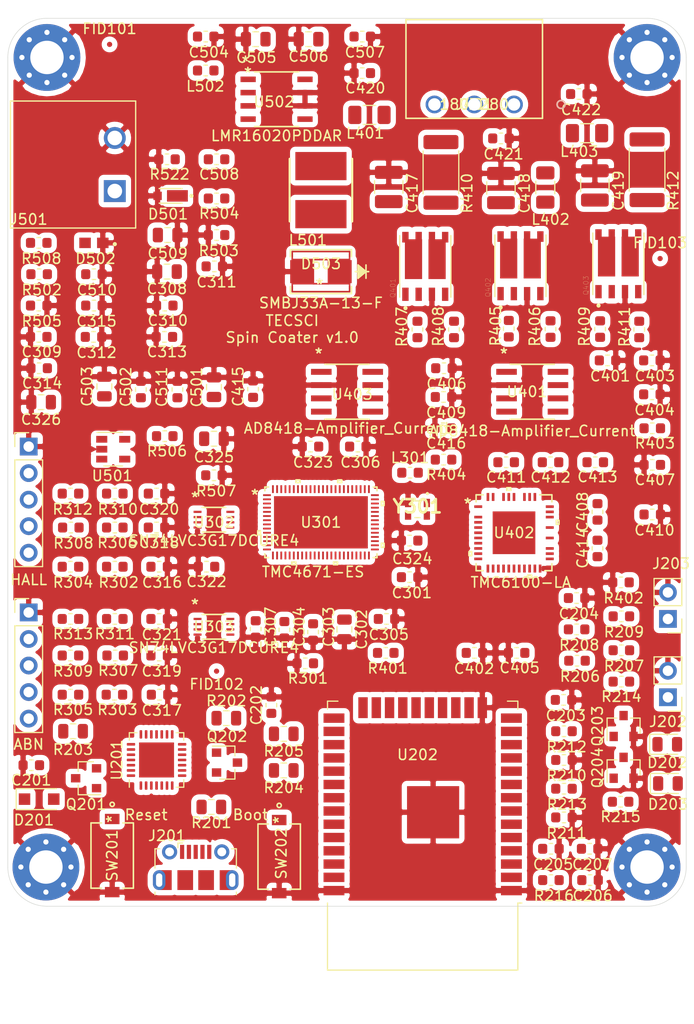
<source format=kicad_pcb>
(kicad_pcb (version 20171130) (host pcbnew 5.1.6-c6e7f7d~86~ubuntu18.04.1)
  (layers (0 F.Cu signal) (1 In1.Cu power) (2 In2.Cu power) (31 B.Cu signal) (34 B.Paste user) (35 F.Paste user) (36 B.SilkS user) (37 F.SilkS user) (38 B.Mask user) (39 F.Mask user) (44 Edge.Cuts user))
  (net 0 "")
  (net 1 "Net-(U301-Pad69)")
  (net 2 "Net-(U301-Pad68)")
  (net 3 "Net-(U301-Pad67)")
  (net 4 "Net-(U301-Pad66)")
  (net 5 "Net-(U301-Pad65)")
  (net 6 "Net-(U301-Pad64)")
  (net 7 "Net-(U301-Pad58)")
  (net 8 "Net-(U301-Pad57)")
  (net 9 "Net-(U301-Pad56)")
  (net 10 "Net-(U301-Pad51)")
  (net 11 "Net-(U301-Pad49)")
  (net 12 "Net-(U301-Pad48)")
  (net 13 "Net-(U301-Pad38)")
  (net 14 "Net-(U301-Pad37)")
  (net 15 "Net-(U301-Pad36)")
  (net 16 "Net-(U301-Pad35)")
  (net 17 "Net-(U301-Pad34)")
  (net 18 "Net-(U301-Pad33)")
  (net 19 "Net-(U301-Pad31)")
  (net 20 "Net-(U301-Pad30)")
  (net 21 "Net-(U301-Pad29)")
  (net 22 "Net-(U301-Pad28)")
  (net 23 "Net-(U301-Pad27)")
  (net 24 "Net-(U301-Pad26)")
  (net 25 "Net-(U301-Pad25)")
  (net 26 "Net-(U301-Pad22)")
  (net 27 "Net-(U301-Pad21)")
  (net 28 "Net-(U301-Pad10)")
  (net 29 GND)
  (net 30 /microcontroladorEsp/EN)
  (net 31 /microcontroladorEsp/IO0)
  (net 32 "Net-(C203-Pad1)")
  (net 33 "Net-(C204-Pad1)")
  (net 34 +3V3)
  (net 35 "Net-(C301-Pad1)")
  (net 36 +5V)
  (net 37 "Net-(C304-Pad1)")
  (net 38 "Net-(C305-Pad1)")
  (net 39 "Net-(C306-Pad1)")
  (net 40 "Net-(C316-Pad1)")
  (net 41 "Net-(C317-Pad1)")
  (net 42 "Net-(C318-Pad1)")
  (net 43 "Net-(C319-Pad1)")
  (net 44 "Net-(C320-Pad1)")
  (net 45 "Net-(C321-Pad1)")
  (net 46 "Net-(C324-Pad1)")
  (net 47 +24V)
  (net 48 "Net-(C402-Pad1)")
  (net 49 "Net-(C403-Pad1)")
  (net 50 +2.5V_REF)
  (net 51 CUR_U)
  (net 52 "Net-(C408-Pad2)")
  (net 53 "Net-(C411-Pad2)")
  (net 54 /driverMotor/U_SENSE)
  (net 55 "Net-(C412-Pad2)")
  (net 56 /driverMotor/V)
  (net 57 "Net-(C413-Pad2)")
  (net 58 /driverMotor/W_SENSE)
  (net 59 "Net-(C414-Pad2)")
  (net 60 "Net-(C414-Pad1)")
  (net 61 CUR_W)
  (net 62 "Net-(C420-Pad1)")
  (net 63 "Net-(C421-Pad1)")
  (net 64 "Net-(C422-Pad1)")
  (net 65 "Net-(C502-Pad1)")
  (net 66 "Net-(C505-Pad1)")
  (net 67 "Net-(C508-Pad2)")
  (net 68 "Net-(C508-Pad1)")
  (net 69 ADC_+24)
  (net 70 /microcontroladorEsp/VBUS)
  (net 71 "Net-(D202-Pad1)")
  (net 72 "Net-(D203-Pad1)")
  (net 73 "Net-(D502-Pad2)")
  (net 74 "Net-(J201-Pad6)")
  (net 75 /microcontroladorEsp/D+)
  (net 76 "Net-(J201-Pad4)")
  (net 77 /microcontroladorEsp/D-)
  (net 78 "Net-(J301-Pad5)")
  (net 79 "Net-(J301-Pad4)")
  (net 80 "Net-(J301-Pad3)")
  (net 81 "Net-(J302-Pad5)")
  (net 82 "Net-(J302-Pad4)")
  (net 83 "Net-(J302-Pad3)")
  (net 84 /driverMotor/U)
  (net 85 /driverMotor/W)
  (net 86 /microcontroladorEsp/RTS)
  (net 87 "Net-(Q201-Pad2)")
  (net 88 /microcontroladorEsp/DTR)
  (net 89 "Net-(Q202-Pad2)")
  (net 90 "Net-(Q203-Pad3)")
  (net 91 "Net-(Q203-Pad1)")
  (net 92 "Net-(Q204-Pad3)")
  (net 93 "Net-(Q204-Pad1)")
  (net 94 "Net-(Q401-Pad4)")
  (net 95 "Net-(Q401-Pad2)")
  (net 96 "Net-(Q402-Pad4)")
  (net 97 "Net-(Q402-Pad2)")
  (net 98 "Net-(Q403-Pad4)")
  (net 99 "Net-(Q403-Pad2)")
  (net 100 "Net-(R201-Pad2)")
  (net 101 "Net-(R204-Pad2)")
  (net 102 /microcontroladorEsp/TX)
  (net 103 "Net-(R205-Pad2)")
  (net 104 /microcontroladorEsp/RX)
  (net 105 /microcontroladorEsp/SW1)
  (net 106 /microcontroladorEsp/SW2)
  (net 107 /microcontroladorEsp/LED1)
  (net 108 /microcontroladorEsp/LED2)
  (net 109 EN_4671)
  (net 110 CS_6100)
  (net 111 EN_6100)
  (net 112 "Net-(R403-Pad2)")
  (net 113 "Net-(R404-Pad2)")
  (net 114 /driverMotor/HSV)
  (net 115 /driverMotor/LSV)
  (net 116 /driverMotor/HSU)
  (net 117 /driverMotor/LSU)
  (net 118 /driverMotor/HSW)
  (net 119 /driverMotor/LSW)
  (net 120 "Net-(R503-Pad1)")
  (net 121 "Net-(R522-Pad1)")
  (net 122 "Net-(U201-Pad27)")
  (net 123 "Net-(U201-Pad23)")
  (net 124 "Net-(U201-Pad22)")
  (net 125 "Net-(U201-Pad21)")
  (net 126 "Net-(U201-Pad20)")
  (net 127 "Net-(U201-Pad19)")
  (net 128 "Net-(U201-Pad18)")
  (net 129 "Net-(U201-Pad17)")
  (net 130 "Net-(U201-Pad16)")
  (net 131 "Net-(U201-Pad15)")
  (net 132 "Net-(U201-Pad14)")
  (net 133 "Net-(U201-Pad13)")
  (net 134 "Net-(U201-Pad12)")
  (net 135 "Net-(U201-Pad11)")
  (net 136 "Net-(U201-Pad10)")
  (net 137 "Net-(U201-Pad2)")
  (net 138 "Net-(U201-Pad1)")
  (net 139 "Net-(U202-Pad37)")
  (net 140 "Net-(U202-Pad36)")
  (net 141 "Net-(U202-Pad33)")
  (net 142 "Net-(U202-Pad32)")
  (net 143 "Net-(U202-Pad31)")
  (net 144 "Net-(U202-Pad30)")
  (net 145 "Net-(U202-Pad29)")
  (net 146 "Net-(U202-Pad28)")
  (net 147 "Net-(U202-Pad26)")
  (net 148 CS_4671)
  (net 149 "Net-(U202-Pad22)")
  (net 150 "Net-(U202-Pad21)")
  (net 151 "Net-(U202-Pad20)")
  (net 152 "Net-(U202-Pad19)")
  (net 153 "Net-(U202-Pad18)")
  (net 154 "Net-(U202-Pad17)")
  (net 155 "Net-(U202-Pad16)")
  (net 156 SPI_SCK)
  (net 157 SPI_MOSI)
  (net 158 SPI_MISO)
  (net 159 "Net-(U202-Pad8)")
  (net 160 "Net-(U202-Pad7)")
  (net 161 "Net-(U202-Pad5)")
  (net 162 "Net-(U202-Pad4)")
  (net 163 "Net-(U301-Pad76)")
  (net 164 "Net-(U301-Pad75)")
  (net 165 "Net-(U301-Pad74)")
  (net 166 "Net-(U301-Pad71)")
  (net 167 "Net-(U301-Pad70)")
  (net 168 WL)
  (net 169 WH)
  (net 170 VL)
  (net 171 VH)
  (net 172 UL)
  (net 173 UH)
  (net 174 "Net-(U301-Pad12)")
  (net 175 "Net-(U301-Pad11)")
  (net 176 "Net-(U301-Pad5)")
  (net 177 "Net-(U301-Pad4)")
  (net 178 "Net-(U301-Pad1)")
  (net 179 "Net-(U401-Pad4)")
  (net 180 "Net-(U402-Pad23)")
  (net 181 "Net-(U402-Pad9)")
  (net 182 "Net-(U402-Pad2)")
  (net 183 "Net-(U403-Pad4)")
  (module SMBJ33A-13-F:SMBJ33A-13-F (layer F.Cu) (at 70 64.5 180)
    (fp_text reference D503 (at 0 0.75) (layer F.SilkS))
    (fp_text value SMBJ33A-13-F (at 0 -3 180) (layer F.SilkS))
    (fp_line (start -0.7242 -1.1558) (end 0.7242 -1.1558) (layer F.Cu) (width 0.1524))
    (fp_line (start 0.7242 -1.1558) (end 0.7242 1.1558) (layer F.Cu) (width 0.1524))
    (fp_line (start 0.7242 1.1558) (end -0.7242 1.1558) (layer F.Cu) (width 0.1524))
    (fp_line (start -0.7242 1.1558) (end -0.7242 -1.1558) (layer F.Cu) (width 0.1524))
    (fp_line (start -2.7442 -1.9192) (end 2.7442 -1.9192) (layer F.Cu) (width 0.1524))
    (fp_line (start 2.7442 -1.9192) (end 2.7442 -1.1558) (layer F.Cu) (width 0.1524))
    (fp_line (start 2.7442 -1.1558) (end -2.7442 -1.1558) (layer F.Cu) (width 0.1524))
    (fp_line (start -2.7442 -1.1558) (end -2.7442 -1.9192) (layer F.Cu) (width 0.1524))
    (fp_line (start -2.7442 1.1558) (end 2.7442 1.1558) (layer F.Cu) (width 0.1524))
    (fp_line (start 2.7442 1.1558) (end 2.7442 1.9192) (layer F.Cu) (width 0.1524))
    (fp_line (start 2.7442 1.9192) (end -2.7442 1.9192) (layer F.Cu) (width 0.1524))
    (fp_line (start -2.7442 1.9192) (end -2.7442 1.1558) (layer F.Cu) (width 0.1524))
    (fp_text user * (at 0.14 -1.25) (layer F.SilkS))
    (pad 2 smd rect (at 1.86 0 270) (size 2.21 2.169999) (layers F.Cu F.Paste F.Mask) (net 29 GND))
    (pad 1 smd rect (at -1.86 0 270) (size 2.21 2.169999) (layers F.Cu F.Paste F.Mask) (net 47 +24V))
  )
  (module Package_TO_SOT_SMD:SOT-23 (layer F.Cu) (at 61 111.5)
    (fp_text reference Q202 (at 0 -2.5) (layer F.SilkS))
    (fp_text value S8050)
    (pad 3 smd rect (at 1 0) (size 0.9 0.8) (layers F.Cu F.Paste F.Mask) (net 31 /microcontroladorEsp/IO0))
    (pad 2 smd rect (at -1 0.95) (size 0.9 0.8) (layers F.Cu F.Paste F.Mask) (net 89 "Net-(Q202-Pad2)"))
    (pad 1 smd rect (at -1 -0.95) (size 0.9 0.8) (layers F.Cu F.Paste F.Mask) (net 88 /microcontroladorEsp/DTR))
  )
  (module Package_TO_SOT_SMD:SOT-23 (layer F.Cu) (at 47.5 113 180)
    (fp_text reference Q201 (at 0 -2.5) (layer F.SilkS))
    (fp_text value S8050)
    (pad 3 smd rect (at 1 0 180) (size 0.9 0.8) (layers F.Cu F.Paste F.Mask) (net 30 /microcontroladorEsp/EN))
    (pad 2 smd rect (at -1 0.95 180) (size 0.9 0.8) (layers F.Cu F.Paste F.Mask) (net 87 "Net-(Q201-Pad2)"))
    (pad 1 smd rect (at -1 -0.95 180) (size 0.9 0.8) (layers F.Cu F.Paste F.Mask) (net 86 /microcontroladorEsp/RTS))
  )
  (module RF_Module:ESP32-WROOM-32 (layer F.Cu) (at 79.75 115.5 180)
    (fp_text reference U202 (at 0.5 4.75) (layer F.SilkS))
    (fp_text value ESP32-WROOM-32D)
    (pad 38 smd rect (at 8.5 -8.255 180) (size 2 0.9) (layers F.Cu F.Paste F.Mask) (net 29 GND))
    (pad 37 smd rect (at 8.5 -6.985 180) (size 2 0.9) (layers F.Cu F.Paste F.Mask) (net 139 "Net-(U202-Pad37)"))
    (pad 36 smd rect (at 8.5 -5.715 180) (size 2 0.9) (layers F.Cu F.Paste F.Mask) (net 140 "Net-(U202-Pad36)"))
    (pad 35 smd rect (at 8.5 -4.445 180) (size 2 0.9) (layers F.Cu F.Paste F.Mask) (net 102 /microcontroladorEsp/TX))
    (pad 34 smd rect (at 8.5 -3.175 180) (size 2 0.9) (layers F.Cu F.Paste F.Mask) (net 104 /microcontroladorEsp/RX))
    (pad 33 smd rect (at 8.5 -1.905 180) (size 2 0.9) (layers F.Cu F.Paste F.Mask) (net 141 "Net-(U202-Pad33)"))
    (pad 32 smd rect (at 8.5 -0.635 180) (size 2 0.9) (layers F.Cu F.Paste F.Mask) (net 142 "Net-(U202-Pad32)"))
    (pad 31 smd rect (at 8.5 0.635 180) (size 2 0.9) (layers F.Cu F.Paste F.Mask) (net 143 "Net-(U202-Pad31)"))
    (pad 30 smd rect (at 8.5 1.905 180) (size 2 0.9) (layers F.Cu F.Paste F.Mask) (net 144 "Net-(U202-Pad30)"))
    (pad 29 smd rect (at 8.5 3.175 180) (size 2 0.9) (layers F.Cu F.Paste F.Mask) (net 145 "Net-(U202-Pad29)"))
    (pad 28 smd rect (at 8.5 4.445 180) (size 2 0.9) (layers F.Cu F.Paste F.Mask) (net 146 "Net-(U202-Pad28)"))
    (pad 27 smd rect (at 8.5 5.715 180) (size 2 0.9) (layers F.Cu F.Paste F.Mask) (net 109 EN_4671))
    (pad 26 smd rect (at 8.5 6.985 180) (size 2 0.9) (layers F.Cu F.Paste F.Mask) (net 147 "Net-(U202-Pad26)"))
    (pad 25 smd rect (at 8.5 8.255 180) (size 2 0.9) (layers F.Cu F.Paste F.Mask) (net 31 /microcontroladorEsp/IO0))
    (pad 24 smd rect (at 5.715 9.255 270) (size 2 0.9) (layers F.Cu F.Paste F.Mask) (net 110 CS_6100))
    (pad 23 smd rect (at 4.445 9.255 270) (size 2 0.9) (layers F.Cu F.Paste F.Mask) (net 148 CS_4671))
    (pad 22 smd rect (at 3.175 9.255 270) (size 2 0.9) (layers F.Cu F.Paste F.Mask) (net 149 "Net-(U202-Pad22)"))
    (pad 21 smd rect (at 1.905 9.255 270) (size 2 0.9) (layers F.Cu F.Paste F.Mask) (net 150 "Net-(U202-Pad21)"))
    (pad 20 smd rect (at 0.635 9.255 270) (size 2 0.9) (layers F.Cu F.Paste F.Mask) (net 151 "Net-(U202-Pad20)"))
    (pad 19 smd rect (at -0.635 9.255 270) (size 2 0.9) (layers F.Cu F.Paste F.Mask) (net 152 "Net-(U202-Pad19)"))
    (pad 18 smd rect (at -1.905 9.255 270) (size 2 0.9) (layers F.Cu F.Paste F.Mask) (net 153 "Net-(U202-Pad18)"))
    (pad 17 smd rect (at -3.175 9.255 270) (size 2 0.9) (layers F.Cu F.Paste F.Mask) (net 154 "Net-(U202-Pad17)"))
    (pad 16 smd rect (at -4.445 9.255 270) (size 2 0.9) (layers F.Cu F.Paste F.Mask) (net 155 "Net-(U202-Pad16)"))
    (pad 15 smd rect (at -5.715 9.255 270) (size 2 0.9) (layers F.Cu F.Paste F.Mask) (net 29 GND))
    (pad 14 smd rect (at -8.5 8.255 180) (size 2 0.9) (layers F.Cu F.Paste F.Mask) (net 156 SPI_SCK))
    (pad 13 smd rect (at -8.5 6.985 180) (size 2 0.9) (layers F.Cu F.Paste F.Mask) (net 157 SPI_MOSI))
    (pad 12 smd rect (at -8.5 5.715 180) (size 2 0.9) (layers F.Cu F.Paste F.Mask) (net 158 SPI_MISO))
    (pad 11 smd rect (at -8.5 4.445 180) (size 2 0.9) (layers F.Cu F.Paste F.Mask) (net 106 /microcontroladorEsp/SW2))
    (pad 10 smd rect (at -8.5 3.175 180) (size 2 0.9) (layers F.Cu F.Paste F.Mask) (net 105 /microcontroladorEsp/SW1))
    (pad 9 smd rect (at -8.5 1.905 180) (size 2 0.9) (layers F.Cu F.Paste F.Mask) (net 107 /microcontroladorEsp/LED1))
    (pad 8 smd rect (at -8.5 0.635 180) (size 2 0.9) (layers F.Cu F.Paste F.Mask) (net 159 "Net-(U202-Pad8)"))
    (pad 7 smd rect (at -8.5 -0.635 180) (size 2 0.9) (layers F.Cu F.Paste F.Mask) (net 160 "Net-(U202-Pad7)"))
    (pad 6 smd rect (at -8.5 -1.905 180) (size 2 0.9) (layers F.Cu F.Paste F.Mask) (net 108 /microcontroladorEsp/LED2))
    (pad 5 smd rect (at -8.5 -3.175 180) (size 2 0.9) (layers F.Cu F.Paste F.Mask) (net 161 "Net-(U202-Pad5)"))
    (pad 4 smd rect (at -8.5 -4.445 180) (size 2 0.9) (layers F.Cu F.Paste F.Mask) (net 162 "Net-(U202-Pad4)"))
    (pad 3 smd rect (at -8.5 -5.715 180) (size 2 0.9) (layers F.Cu F.Paste F.Mask) (net 30 /microcontroladorEsp/EN))
    (pad 2 smd rect (at -8.5 -6.985 180) (size 2 0.9) (layers F.Cu F.Paste F.Mask) (net 34 +3V3))
    (pad 1 smd rect (at -8.5 -8.255 180) (size 2 0.9) (layers F.Cu F.Paste F.Mask) (net 29 GND))
    (pad 39 smd rect (at -1 -0.755 180) (size 5 5) (layers F.Cu F.Paste F.Mask) (net 29 GND))
  )
  (module MC2016K250000C16ESH:MC2016K250000C16ESH (layer F.Cu) (at 79.25 87.25 180)
    (fp_text reference Y301 (at 0 0.275) (layer F.SilkS) (effects (font (size 1.27 1.27) (thickness 0.254))))
    (fp_text value MC2016K25.0000C16ESH hide)
    (pad 4 smd rect (at -0.9 -0.6 180) (size 0.6 0.8) (layers F.Cu F.Paste F.Mask) (net 46 "Net-(C324-Pad1)"))
    (pad 3 smd rect (at 0.9 -0.6 180) (size 0.6 0.8) (layers F.Cu F.Paste F.Mask) (net 10 "Net-(U301-Pad51)"))
    (pad 2 smd rect (at 0.9 0.6 180) (size 0.6 0.8) (layers F.Cu F.Paste F.Mask) (net 29 GND))
    (pad 1 smd rect (at -0.9 0.6 180) (size 0.6 0.8) (layers F.Cu F.Paste F.Mask) (net 46 "Net-(C324-Pad1)"))
  )
  (module LMR16020PDDAR:LMR16020PDDAR (layer F.Cu) (at 65.75 48)
    (fp_text reference U502 (at -0.25 0.25) (layer F.SilkS))
    (fp_text value LMR16020PDDAR (at 0 3.5) (layer F.SilkS))
    (fp_text user * (at -2.75 -2.5) (layer F.SilkS))
    (fp_text user * (at -2.97815 -3.5814) (layer F.SilkS))
    (pad 8 smd rect (at 2.72415 -1.905) (size 1.4605 0.5334) (layers F.Cu F.Paste F.Mask) (net 68 "Net-(C508-Pad1)"))
    (pad 7 smd rect (at 2.72415 -0.635) (size 1.4605 0.5334) (layers F.Cu F.Paste F.Mask) (net 29 GND))
    (pad 6 smd rect (at 2.72415 0.635) (size 1.4605 0.5334) (layers F.Cu F.Paste F.Mask) (net 29 GND))
    (pad 5 smd rect (at 2.72415 1.905) (size 1.4605 0.5334) (layers F.Cu F.Paste F.Mask) (net 120 "Net-(R503-Pad1)"))
    (pad 4 smd rect (at -2.72415 1.905) (size 1.4605 0.5334) (layers F.Cu F.Paste F.Mask) (net 121 "Net-(R522-Pad1)"))
    (pad 3 smd rect (at -2.72415 0.635) (size 1.4605 0.5334) (layers F.Cu F.Paste F.Mask) (net 66 "Net-(C505-Pad1)"))
    (pad 2 smd rect (at -2.72415 -0.635) (size 1.4605 0.5334) (layers F.Cu F.Paste F.Mask) (net 66 "Net-(C505-Pad1)"))
    (pad 1 smd rect (at -2.72415 -1.905) (size 1.4605 0.5334) (layers F.Cu F.Paste F.Mask) (net 67 "Net-(C508-Pad2)"))
  )
  (module Package_TO_SOT_SMD:SOT-23-5 (layer F.Cu) (at 50.1 81.5)
    (fp_text reference U501 (at -0.1 2.55) (layer F.SilkS))
    (fp_text value LP2985-3.3)
    (pad 5 smd rect (at 1.1 -0.95) (size 1.06 0.65) (layers F.Cu F.Paste F.Mask) (net 34 +3V3))
    (pad 4 smd rect (at 1.1 0.95) (size 1.06 0.65) (layers F.Cu F.Paste F.Mask) (net 65 "Net-(C502-Pad1)"))
    (pad 3 smd rect (at -1.1 0.95) (size 1.06 0.65) (layers F.Cu F.Paste F.Mask) (net 36 +5V))
    (pad 2 smd rect (at -1.1 0) (size 1.06 0.65) (layers F.Cu F.Paste F.Mask) (net 29 GND))
    (pad 1 smd rect (at -1.1 -0.95) (size 1.06 0.65) (layers F.Cu F.Paste F.Mask) (net 36 +5V))
  )
  (module AD8418WBRZ-RL:AD8418WBRZ-RL (layer F.Cu) (at 72.5 76)
    (fp_text reference U403 (at 0.5 0.25) (layer F.SilkS))
    (fp_text value AD8418-Amplifier_Current (at 0 3.5) (layer F.SilkS))
    (fp_text user * (at -2.7178 -3.616) (layer F.SilkS))
    (fp_text user * (at -2.7178 -3.616) (layer F.SilkS))
    (pad 8 smd rect (at 2.4638 -1.905) (size 1.969999 0.568) (layers F.Cu F.Paste F.Mask) (net 58 /driverMotor/W_SENSE))
    (pad 7 smd rect (at 2.4638 -0.635) (size 1.969999 0.568) (layers F.Cu F.Paste F.Mask) (net 50 +2.5V_REF))
    (pad 6 smd rect (at 2.4638 0.635) (size 1.969999 0.568) (layers F.Cu F.Paste F.Mask) (net 36 +5V))
    (pad 5 smd rect (at 2.4638 1.905) (size 1.969999 0.568) (layers F.Cu F.Paste F.Mask) (net 113 "Net-(R404-Pad2)"))
    (pad 4 smd rect (at -2.4638 1.905) (size 1.969999 0.568) (layers F.Cu F.Paste F.Mask) (net 183 "Net-(U403-Pad4)"))
    (pad 3 smd rect (at -2.4638 0.635) (size 1.969999 0.568) (layers F.Cu F.Paste F.Mask) (net 50 +2.5V_REF))
    (pad 2 smd rect (at -2.4638 -0.635) (size 1.969999 0.568) (layers F.Cu F.Paste F.Mask) (net 29 GND))
    (pad 1 smd rect (at -2.4638 -1.905) (size 1.969999 0.568) (layers F.Cu F.Paste F.Mask) (net 85 /driverMotor/W))
  )
  (module TMC6100-LA:TMC6100-LA (layer F.Cu) (at 88.5 89.5)
    (fp_text reference U402 (at 0 0) (layer F.SilkS))
    (fp_text value TMC6100-LA (at 0.65 4.75) (layer F.SilkS))
    (fp_text user * (at -4.4402 -2.75) (layer F.SilkS))
    (fp_text user * (at -4.4402 -2.75) (layer F.SilkS))
    (pad 38 smd rect (at 0 0) (size 4.0894 4.0894) (layers F.Cu F.Paste F.Mask) (net 29 GND))
    (pad 37 smd rect (at -2.5 -3.4266) (size 0.254 0.762) (layers F.Cu F.Paste F.Mask) (net 116 /driverMotor/HSU))
    (pad 36 smd rect (at -2.000001 -3.4266) (size 0.254 0.762) (layers F.Cu F.Paste F.Mask) (net 54 /driverMotor/U_SENSE))
    (pad 35 smd rect (at -1.000001 -3.4266) (size 0.254 0.762) (layers F.Cu F.Paste F.Mask) (net 55 "Net-(C412-Pad2)"))
    (pad 34 smd rect (at -0.499999 -3.4266) (size 0.254 0.762) (layers F.Cu F.Paste F.Mask) (net 114 /driverMotor/HSV))
    (pad 33 smd rect (at 0 -3.4266) (size 0.254 0.762) (layers F.Cu F.Paste F.Mask) (net 56 /driverMotor/V))
    (pad 32 smd rect (at 1.000001 -3.4266) (size 0.254 0.762) (layers F.Cu F.Paste F.Mask) (net 58 /driverMotor/W_SENSE))
    (pad 31 smd rect (at 1.5 -3.4266) (size 0.254 0.762) (layers F.Cu F.Paste F.Mask) (net 118 /driverMotor/HSW))
    (pad 30 smd rect (at 2.000001 -3.4266) (size 0.254 0.762) (layers F.Cu F.Paste F.Mask) (net 57 "Net-(C413-Pad2)"))
    (pad 29 smd rect (at 3.4266 -2.5 90) (size 0.254 0.762) (layers F.Cu F.Paste F.Mask) (net 52 "Net-(C408-Pad2)"))
    (pad 28 smd rect (at 3.4266 -2.000001 90) (size 0.254 0.762) (layers F.Cu F.Paste F.Mask) (net 47 +24V))
    (pad 27 smd rect (at 3.4266 -1.5 90) (size 0.254 0.762) (layers F.Cu F.Paste F.Mask) (net 59 "Net-(C414-Pad2)"))
    (pad 26 smd rect (at 3.4266 -0.499999 90) (size 0.254 0.762) (layers F.Cu F.Paste F.Mask) (net 60 "Net-(C414-Pad1)"))
    (pad 25 smd rect (at 3.4266 0.499999 90) (size 0.254 0.762) (layers F.Cu F.Paste F.Mask) (net 47 +24V))
    (pad 24 smd rect (at 3.4266 1.5 90) (size 0.254 0.762) (layers F.Cu F.Paste F.Mask) (net 111 EN_6100))
    (pad 23 smd rect (at 3.4266 2.000001 90) (size 0.254 0.762) (layers F.Cu F.Paste F.Mask) (net 180 "Net-(U402-Pad23)"))
    (pad 22 smd rect (at 3.4266 2.5 90) (size 0.254 0.762) (layers F.Cu F.Paste F.Mask) (net 34 +3V3))
    (pad 21 smd rect (at 2.5 3.4266) (size 0.254 0.762) (layers F.Cu F.Paste F.Mask) (net 29 GND))
    (pad 20 smd rect (at 2.000001 3.4266) (size 0.254 0.762) (layers F.Cu F.Paste F.Mask) (net 168 WL))
    (pad 19 smd rect (at 1.5 3.4266) (size 0.254 0.762) (layers F.Cu F.Paste F.Mask) (net 169 WH))
    (pad 18 smd rect (at 1.000001 3.4266) (size 0.254 0.762) (layers F.Cu F.Paste F.Mask) (net 170 VL))
    (pad 17 smd rect (at 0.499999 3.4266) (size 0.254 0.762) (layers F.Cu F.Paste F.Mask) (net 171 VH))
    (pad 16 smd rect (at 0 3.4266) (size 0.254 0.762) (layers F.Cu F.Paste F.Mask) (net 34 +3V3))
    (pad 15 smd rect (at -0.499999 3.4266) (size 0.254 0.762) (layers F.Cu F.Paste F.Mask) (net 172 UL))
    (pad 14 smd rect (at -1.000001 3.4266) (size 0.254 0.762) (layers F.Cu F.Paste F.Mask) (net 173 UH))
    (pad 13 smd rect (at -1.5 3.4266) (size 0.254 0.762) (layers F.Cu F.Paste F.Mask) (net 158 SPI_MISO))
    (pad 12 smd rect (at -2.000001 3.4266) (size 0.254 0.762) (layers F.Cu F.Paste F.Mask) (net 157 SPI_MOSI))
    (pad 11 smd rect (at -2.5 3.4266) (size 0.254 0.762) (layers F.Cu F.Paste F.Mask) (net 156 SPI_SCK))
    (pad 10 smd rect (at -3.4266 2.5 90) (size 0.254 0.762) (layers F.Cu F.Paste F.Mask) (net 110 CS_6100))
    (pad 9 smd rect (at -3.4266 2.000001 90) (size 0.254 0.762) (layers F.Cu F.Paste F.Mask) (net 181 "Net-(U402-Pad9)"))
    (pad 8 smd rect (at -3.4266 1.5 90) (size 0.254 0.762) (layers F.Cu F.Paste F.Mask) (net 29 GND))
    (pad 7 smd rect (at -3.4266 1.000001 90) (size 0.254 0.762) (layers F.Cu F.Paste F.Mask) (net 49 "Net-(C403-Pad1)"))
    (pad 6 smd rect (at -3.4266 0.499999 90) (size 0.254 0.762) (layers F.Cu F.Paste F.Mask) (net 48 "Net-(C402-Pad1)"))
    (pad 5 smd rect (at -3.4266 0 90) (size 0.254 0.762) (layers F.Cu F.Paste F.Mask) (net 117 /driverMotor/LSU))
    (pad 4 smd rect (at -3.4266 -0.499999 90) (size 0.254 0.762) (layers F.Cu F.Paste F.Mask) (net 115 /driverMotor/LSV))
    (pad 3 smd rect (at -3.4266 -1.000001 90) (size 0.254 0.762) (layers F.Cu F.Paste F.Mask) (net 119 /driverMotor/LSW))
    (pad 2 smd rect (at -3.4266 -1.5 90) (size 0.254 0.762) (layers F.Cu F.Paste F.Mask) (net 182 "Net-(U402-Pad2)"))
    (pad 1 smd rect (at -3.4266 -2.5 90) (size 0.254 0.762) (layers F.Cu F.Paste F.Mask) (net 53 "Net-(C411-Pad2)"))
  )
  (module AD8418WBRZ-RL:AD8418WBRZ-RL (layer F.Cu) (at 90.25 76)
    (fp_text reference U401 (at -0.5 0) (layer F.SilkS))
    (fp_text value AD8418-Amplifier_Current (at 0 3.75) (layer F.SilkS))
    (fp_text user * (at -2.7178 -3.616) (layer F.SilkS))
    (fp_text user * (at -2.7178 -3.616) (layer F.SilkS))
    (pad 8 smd rect (at 2.4638 -1.905) (size 1.969999 0.568) (layers F.Cu F.Paste F.Mask) (net 54 /driverMotor/U_SENSE))
    (pad 7 smd rect (at 2.4638 -0.635) (size 1.969999 0.568) (layers F.Cu F.Paste F.Mask) (net 50 +2.5V_REF))
    (pad 6 smd rect (at 2.4638 0.635) (size 1.969999 0.568) (layers F.Cu F.Paste F.Mask) (net 36 +5V))
    (pad 5 smd rect (at 2.4638 1.905) (size 1.969999 0.568) (layers F.Cu F.Paste F.Mask) (net 112 "Net-(R403-Pad2)"))
    (pad 4 smd rect (at -2.4638 1.905) (size 1.969999 0.568) (layers F.Cu F.Paste F.Mask) (net 179 "Net-(U401-Pad4)"))
    (pad 3 smd rect (at -2.4638 0.635) (size 1.969999 0.568) (layers F.Cu F.Paste F.Mask) (net 50 +2.5V_REF))
    (pad 2 smd rect (at -2.4638 -0.635) (size 1.969999 0.568) (layers F.Cu F.Paste F.Mask) (net 29 GND))
    (pad 1 smd rect (at -2.4638 -1.905) (size 1.969999 0.568) (layers F.Cu F.Paste F.Mask) (net 84 /driverMotor/U))
  )
  (module SN74LVC3G17DCURE4:SN74LVC3G17DCURE4 (layer F.Cu) (at 59.75 98.5)
    (fp_text reference U303 (at 0 0) (layer F.SilkS))
    (fp_text value SN74LVC3G17DCURE4 (at 0 2) (layer F.SilkS))
    (fp_text user * (at -1.826 -2.107) (layer F.SilkS))
    (fp_text user * (at -1.826 -2.107) (layer F.SilkS))
    (pad 8 smd rect (at 1.572001 -0.750001) (size 0.756399 0.214) (layers F.Cu F.Paste F.Mask) (net 34 +3V3))
    (pad 7 smd rect (at 1.572001 -0.25) (size 0.756399 0.214) (layers F.Cu F.Paste F.Mask) (net 16 "Net-(U301-Pad35)"))
    (pad 6 smd rect (at 1.572001 0.25) (size 0.756399 0.214) (layers F.Cu F.Paste F.Mask) (net 45 "Net-(C321-Pad1)"))
    (pad 5 smd rect (at 1.572001 0.750001) (size 0.756399 0.214) (layers F.Cu F.Paste F.Mask) (net 17 "Net-(U301-Pad34)"))
    (pad 4 smd rect (at -1.572001 0.750001) (size 0.756399 0.214) (layers F.Cu F.Paste F.Mask) (net 29 GND))
    (pad 3 smd rect (at -1.572001 0.25) (size 0.756399 0.214) (layers F.Cu F.Paste F.Mask) (net 43 "Net-(C319-Pad1)"))
    (pad 2 smd rect (at -1.572001 -0.25) (size 0.756399 0.214) (layers F.Cu F.Paste F.Mask) (net 18 "Net-(U301-Pad33)"))
    (pad 1 smd rect (at -1.572001 -0.750001) (size 0.756399 0.214) (layers F.Cu F.Paste F.Mask) (net 41 "Net-(C317-Pad1)"))
  )
  (module SN74LVC3G17DCURE4:SN74LVC3G17DCURE4 (layer F.Cu) (at 59.75 88.25)
    (fp_text reference U302 (at 0 0.25) (layer F.SilkS))
    (fp_text value SN74LVC3G17DCURE4 (at 0 2) (layer F.SilkS))
    (fp_text user * (at -1.826 -2.107) (layer F.SilkS))
    (fp_text user * (at -1.826 -2.107) (layer F.SilkS))
    (pad 8 smd rect (at 1.572001 -0.750001) (size 0.756399 0.214) (layers F.Cu F.Paste F.Mask) (net 34 +3V3))
    (pad 7 smd rect (at 1.572001 -0.25) (size 0.756399 0.214) (layers F.Cu F.Paste F.Mask) (net 13 "Net-(U301-Pad38)"))
    (pad 6 smd rect (at 1.572001 0.25) (size 0.756399 0.214) (layers F.Cu F.Paste F.Mask) (net 44 "Net-(C320-Pad1)"))
    (pad 5 smd rect (at 1.572001 0.750001) (size 0.756399 0.214) (layers F.Cu F.Paste F.Mask) (net 14 "Net-(U301-Pad37)"))
    (pad 4 smd rect (at -1.572001 0.750001) (size 0.756399 0.214) (layers F.Cu F.Paste F.Mask) (net 29 GND))
    (pad 3 smd rect (at -1.572001 0.25) (size 0.756399 0.214) (layers F.Cu F.Paste F.Mask) (net 42 "Net-(C318-Pad1)"))
    (pad 2 smd rect (at -1.572001 -0.25) (size 0.756399 0.214) (layers F.Cu F.Paste F.Mask) (net 15 "Net-(U301-Pad36)"))
    (pad 1 smd rect (at -1.572001 -0.750001) (size 0.756399 0.214) (layers F.Cu F.Paste F.Mask) (net 40 "Net-(C316-Pad1)"))
  )
  (module TMC4671-LA:TMC4671-LA (layer F.Cu) (at 70 88.5)
    (fp_text reference U301 (at 0 0) (layer F.SilkS))
    (fp_text value TMC4671-ES (at -0.75 4.75) (layer F.SilkS))
    (fp_text user * (at -6.3325 -2.6) (layer F.SilkS))
    (fp_text user * (at -6.3325 -2.6) (layer F.SilkS))
    (pad 77 smd rect (at 0 0) (size 8.9916 5.0038) (layers F.Cu F.Paste F.Mask))
    (pad 76 smd rect (at -4.599998 -3.176199) (size 0.174 0.75) (layers F.Cu F.Paste F.Mask) (net 163 "Net-(U301-Pad76)"))
    (pad 75 smd rect (at -4.199999 -3.176199) (size 0.174 0.75) (layers F.Cu F.Paste F.Mask) (net 164 "Net-(U301-Pad75)"))
    (pad 74 smd rect (at -3.8 -3.176199) (size 0.174 0.75) (layers F.Cu F.Paste F.Mask) (net 165 "Net-(U301-Pad74)"))
    (pad 73 smd rect (at -3.400001 -3.176199) (size 0.174 0.75) (layers F.Cu F.Paste F.Mask) (net 29 GND))
    (pad 72 smd rect (at -2.999999 -3.176199) (size 0.174 0.75) (layers F.Cu F.Paste F.Mask) (net 34 +3V3))
    (pad 71 smd rect (at -2.6 -3.176199) (size 0.174 0.75) (layers F.Cu F.Paste F.Mask) (net 166 "Net-(U301-Pad71)"))
    (pad 70 smd rect (at -2.200001 -3.176199) (size 0.174 0.75) (layers F.Cu F.Paste F.Mask) (net 167 "Net-(U301-Pad70)"))
    (pad 69 smd rect (at -1.799999 -3.176199) (size 0.174 0.75) (layers F.Cu F.Paste F.Mask) (net 1 "Net-(U301-Pad69)"))
    (pad 68 smd rect (at -1.4 -3.176199) (size 0.174 0.75) (layers F.Cu F.Paste F.Mask) (net 2 "Net-(U301-Pad68)"))
    (pad 67 smd rect (at -1.000001 -3.176199) (size 0.174 0.75) (layers F.Cu F.Paste F.Mask) (net 3 "Net-(U301-Pad67)"))
    (pad 66 smd rect (at -0.599999 -3.176199) (size 0.174 0.75) (layers F.Cu F.Paste F.Mask) (net 4 "Net-(U301-Pad66)"))
    (pad 65 smd rect (at -0.2 -3.176199) (size 0.174 0.75) (layers F.Cu F.Paste F.Mask) (net 5 "Net-(U301-Pad65)"))
    (pad 64 smd rect (at 0.2 -3.176199) (size 0.174 0.75) (layers F.Cu F.Paste F.Mask) (net 6 "Net-(U301-Pad64)"))
    (pad 63 smd rect (at 0.599999 -3.176199) (size 0.174 0.75) (layers F.Cu F.Paste F.Mask) (net 39 "Net-(C306-Pad1)"))
    (pad 62 smd rect (at 1.000001 -3.176199) (size 0.174 0.75) (layers F.Cu F.Paste F.Mask) (net 29 GND))
    (pad 61 smd rect (at 1.4 -3.176199) (size 0.174 0.75) (layers F.Cu F.Paste F.Mask) (net 34 +3V3))
    (pad 60 smd rect (at 1.799999 -3.176199) (size 0.174 0.75) (layers F.Cu F.Paste F.Mask) (net 29 GND))
    (pad 59 smd rect (at 2.200001 -3.176199) (size 0.174 0.75) (layers F.Cu F.Paste F.Mask) (net 29 GND))
    (pad 58 smd rect (at 2.6 -3.176199) (size 0.174 0.75) (layers F.Cu F.Paste F.Mask) (net 7 "Net-(U301-Pad58)"))
    (pad 57 smd rect (at 2.999999 -3.176199) (size 0.174 0.75) (layers F.Cu F.Paste F.Mask) (net 8 "Net-(U301-Pad57)"))
    (pad 56 smd rect (at 3.400001 -3.176199) (size 0.174 0.75) (layers F.Cu F.Paste F.Mask) (net 9 "Net-(U301-Pad56)"))
    (pad 55 smd rect (at 3.8 -3.176199) (size 0.174 0.75) (layers F.Cu F.Paste F.Mask) (net 109 EN_4671))
    (pad 54 smd rect (at 4.199999 -3.176199) (size 0.174 0.75) (layers F.Cu F.Paste F.Mask) (net 29 GND))
    (pad 53 smd rect (at 4.599998 -3.176199) (size 0.174 0.75) (layers F.Cu F.Paste F.Mask) (net 29 GND))
    (pad 52 smd rect (at 5.170101 -2.6 90) (size 0.174 0.75) (layers F.Cu F.Paste F.Mask) (net 34 +3V3))
    (pad 51 smd rect (at 5.170101 -2.200001 90) (size 0.174 0.75) (layers F.Cu F.Paste F.Mask) (net 10 "Net-(U301-Pad51)"))
    (pad 50 smd rect (at 5.170101 -1.799999 90) (size 0.174 0.75) (layers F.Cu F.Paste F.Mask) (net 35 "Net-(C301-Pad1)"))
    (pad 49 smd rect (at 5.170101 -1.4 90) (size 0.174 0.75) (layers F.Cu F.Paste F.Mask) (net 11 "Net-(U301-Pad49)"))
    (pad 48 smd rect (at 5.170101 -1.000001 90) (size 0.174 0.75) (layers F.Cu F.Paste F.Mask) (net 12 "Net-(U301-Pad48)"))
    (pad 47 smd rect (at 5.170101 -0.599999 90) (size 0.174 0.75) (layers F.Cu F.Paste F.Mask) (net 168 WL))
    (pad 46 smd rect (at 5.170101 -0.2 90) (size 0.174 0.75) (layers F.Cu F.Paste F.Mask) (net 169 WH))
    (pad 45 smd rect (at 5.170101 0.2 90) (size 0.174 0.75) (layers F.Cu F.Paste F.Mask) (net 38 "Net-(C305-Pad1)"))
    (pad 44 smd rect (at 5.170101 0.599999 90) (size 0.174 0.75) (layers F.Cu F.Paste F.Mask) (net 29 GND))
    (pad 43 smd rect (at 5.170101 1.000001 90) (size 0.174 0.75) (layers F.Cu F.Paste F.Mask) (net 34 +3V3))
    (pad 42 smd rect (at 5.170101 1.4 90) (size 0.174 0.75) (layers F.Cu F.Paste F.Mask) (net 170 VL))
    (pad 41 smd rect (at 5.170101 1.799999 90) (size 0.174 0.75) (layers F.Cu F.Paste F.Mask) (net 171 VH))
    (pad 40 smd rect (at 5.170101 2.200001 90) (size 0.174 0.75) (layers F.Cu F.Paste F.Mask) (net 172 UL))
    (pad 39 smd rect (at 5.170101 2.6 90) (size 0.174 0.75) (layers F.Cu F.Paste F.Mask) (net 173 UH))
    (pad 38 smd rect (at 4.599998 3.176199) (size 0.174 0.75) (layers F.Cu F.Paste F.Mask) (net 13 "Net-(U301-Pad38)"))
    (pad 37 smd rect (at 4.199999 3.176199) (size 0.174 0.75) (layers F.Cu F.Paste F.Mask) (net 14 "Net-(U301-Pad37)"))
    (pad 36 smd rect (at 3.8 3.176199) (size 0.174 0.75) (layers F.Cu F.Paste F.Mask) (net 15 "Net-(U301-Pad36)"))
    (pad 35 smd rect (at 3.400001 3.176199) (size 0.174 0.75) (layers F.Cu F.Paste F.Mask) (net 16 "Net-(U301-Pad35)"))
    (pad 34 smd rect (at 2.999999 3.176199) (size 0.174 0.75) (layers F.Cu F.Paste F.Mask) (net 17 "Net-(U301-Pad34)"))
    (pad 33 smd rect (at 2.6 3.176199) (size 0.174 0.75) (layers F.Cu F.Paste F.Mask) (net 18 "Net-(U301-Pad33)"))
    (pad 32 smd rect (at 2.200001 3.176199) (size 0.174 0.75) (layers F.Cu F.Paste F.Mask) (net 111 EN_6100))
    (pad 31 smd rect (at 1.799999 3.176199) (size 0.174 0.75) (layers F.Cu F.Paste F.Mask) (net 19 "Net-(U301-Pad31)"))
    (pad 30 smd rect (at 1.4 3.176199) (size 0.174 0.75) (layers F.Cu F.Paste F.Mask) (net 20 "Net-(U301-Pad30)"))
    (pad 29 smd rect (at 1.000001 3.176199) (size 0.174 0.75) (layers F.Cu F.Paste F.Mask) (net 21 "Net-(U301-Pad29)"))
    (pad 28 smd rect (at 0.599999 3.176199) (size 0.174 0.75) (layers F.Cu F.Paste F.Mask) (net 22 "Net-(U301-Pad28)"))
    (pad 27 smd rect (at 0.2 3.176199) (size 0.174 0.75) (layers F.Cu F.Paste F.Mask) (net 23 "Net-(U301-Pad27)"))
    (pad 26 smd rect (at -0.2 3.176199) (size 0.174 0.75) (layers F.Cu F.Paste F.Mask) (net 24 "Net-(U301-Pad26)"))
    (pad 25 smd rect (at -0.599999 3.176199) (size 0.174 0.75) (layers F.Cu F.Paste F.Mask) (net 25 "Net-(U301-Pad25)"))
    (pad 24 smd rect (at -1.000001 3.176199) (size 0.174 0.75) (layers F.Cu F.Paste F.Mask) (net 29 GND))
    (pad 23 smd rect (at -1.4 3.176199) (size 0.174 0.75) (layers F.Cu F.Paste F.Mask) (net 36 +5V))
    (pad 22 smd rect (at -1.799999 3.176199) (size 0.174 0.75) (layers F.Cu F.Paste F.Mask) (net 26 "Net-(U301-Pad22)"))
    (pad 21 smd rect (at -2.200001 3.176199) (size 0.174 0.75) (layers F.Cu F.Paste F.Mask) (net 27 "Net-(U301-Pad21)"))
    (pad 20 smd rect (at -2.6 3.176199) (size 0.174 0.75) (layers F.Cu F.Paste F.Mask) (net 69 ADC_+24))
    (pad 19 smd rect (at -2.999999 3.176199) (size 0.174 0.75) (layers F.Cu F.Paste F.Mask) (net 50 +2.5V_REF))
    (pad 18 smd rect (at -3.400001 3.176199) (size 0.174 0.75) (layers F.Cu F.Paste F.Mask) (net 61 CUR_W))
    (pad 17 smd rect (at -3.8 3.176199) (size 0.174 0.75) (layers F.Cu F.Paste F.Mask) (net 50 +2.5V_REF))
    (pad 16 smd rect (at -4.199999 3.176199) (size 0.174 0.75) (layers F.Cu F.Paste F.Mask) (net 51 CUR_U))
    (pad 15 smd rect (at -4.599998 3.176199) (size 0.174 0.75) (layers F.Cu F.Paste F.Mask) (net 37 "Net-(C304-Pad1)"))
    (pad 14 smd rect (at -5.170101 2.6 90) (size 0.174 0.75) (layers F.Cu F.Paste F.Mask) (net 29 GND))
    (pad 13 smd rect (at -5.170101 2.200001 90) (size 0.174 0.75) (layers F.Cu F.Paste F.Mask) (net 34 +3V3))
    (pad 12 smd rect (at -5.170101 1.799999 90) (size 0.174 0.75) (layers F.Cu F.Paste F.Mask) (net 174 "Net-(U301-Pad12)"))
    (pad 11 smd rect (at -5.170101 1.4 90) (size 0.174 0.75) (layers F.Cu F.Paste F.Mask) (net 175 "Net-(U301-Pad11)"))
    (pad 10 smd rect (at -5.170101 1.000001 90) (size 0.174 0.75) (layers F.Cu F.Paste F.Mask) (net 28 "Net-(U301-Pad10)"))
    (pad 9 smd rect (at -5.170101 0.599999 90) (size 0.174 0.75) (layers F.Cu F.Paste F.Mask) (net 158 SPI_MISO))
    (pad 8 smd rect (at -5.170101 0.2 90) (size 0.174 0.75) (layers F.Cu F.Paste F.Mask) (net 157 SPI_MOSI))
    (pad 7 smd rect (at -5.170101 -0.2 90) (size 0.174 0.75) (layers F.Cu F.Paste F.Mask) (net 156 SPI_SCK))
    (pad 6 smd rect (at -5.170101 -0.599999 90) (size 0.174 0.75) (layers F.Cu F.Paste F.Mask) (net 148 CS_4671))
    (pad 5 smd rect (at -5.170101 -1.000001 90) (size 0.174 0.75) (layers F.Cu F.Paste F.Mask) (net 176 "Net-(U301-Pad5)"))
    (pad 4 smd rect (at -5.170101 -1.4 90) (size 0.174 0.75) (layers F.Cu F.Paste F.Mask) (net 177 "Net-(U301-Pad4)"))
    (pad 3 smd rect (at -5.170101 -1.799999 90) (size 0.174 0.75) (layers F.Cu F.Paste F.Mask) (net 29 GND))
    (pad 2 smd rect (at -5.170101 -2.200001 90) (size 0.174 0.75) (layers F.Cu F.Paste F.Mask) (net 34 +3V3))
    (pad 1 smd rect (at -5.170101 -2.6 90) (size 0.174 0.75) (layers F.Cu F.Paste F.Mask) (net 178 "Net-(U301-Pad1)"))
  )
  (module Package_DFN_QFN:QFN-28-1EP_5x5mm_P0.5mm_EP3.35x3.35mm (layer F.Cu) (at 54.25 111.25 90)
    (fp_text reference U201 (at 0 -3.8 90) (layer F.SilkS))
    (fp_text value CP2102N-A01-GQFN28)
    (pad 29 smd rect (at 0 0 90) (size 3.35 3.35) (layers F.Cu F.Mask) (net 29 GND))
    (pad 28 smd roundrect (at -1.5 -2.45 90) (size 0.25 0.8) (layers F.Cu F.Paste F.Mask) (net 88 /microcontroladorEsp/DTR))
    (pad 27 smd roundrect (at -1 -2.45 90) (size 0.25 0.8) (layers F.Cu F.Paste F.Mask) (net 122 "Net-(U201-Pad27)"))
    (pad 26 smd roundrect (at -0.5 -2.45 90) (size 0.25 0.8) (layers F.Cu F.Paste F.Mask) (net 103 "Net-(R205-Pad2)"))
    (pad 25 smd roundrect (at 0 -2.45 90) (size 0.25 0.8) (layers F.Cu F.Paste F.Mask) (net 101 "Net-(R204-Pad2)"))
    (pad 24 smd roundrect (at 0.5 -2.45 90) (size 0.25 0.8) (layers F.Cu F.Paste F.Mask) (net 86 /microcontroladorEsp/RTS))
    (pad 23 smd roundrect (at 1 -2.45 90) (size 0.25 0.8) (layers F.Cu F.Paste F.Mask) (net 123 "Net-(U201-Pad23)"))
    (pad 22 smd roundrect (at 1.5 -2.45 90) (size 0.25 0.8) (layers F.Cu F.Paste F.Mask) (net 124 "Net-(U201-Pad22)"))
    (pad 21 smd roundrect (at 2.45 -1.5 90) (size 0.8 0.25) (layers F.Cu F.Paste F.Mask) (net 125 "Net-(U201-Pad21)"))
    (pad 20 smd roundrect (at 2.45 -1 90) (size 0.8 0.25) (layers F.Cu F.Paste F.Mask) (net 126 "Net-(U201-Pad20)"))
    (pad 19 smd roundrect (at 2.45 -0.5 90) (size 0.8 0.25) (layers F.Cu F.Paste F.Mask) (net 127 "Net-(U201-Pad19)"))
    (pad 18 smd roundrect (at 2.45 0 90) (size 0.8 0.25) (layers F.Cu F.Paste F.Mask) (net 128 "Net-(U201-Pad18)"))
    (pad 17 smd roundrect (at 2.45 0.5 90) (size 0.8 0.25) (layers F.Cu F.Paste F.Mask) (net 129 "Net-(U201-Pad17)"))
    (pad 16 smd roundrect (at 2.45 1 90) (size 0.8 0.25) (layers F.Cu F.Paste F.Mask) (net 130 "Net-(U201-Pad16)"))
    (pad 15 smd roundrect (at 2.45 1.5 90) (size 0.8 0.25) (layers F.Cu F.Paste F.Mask) (net 131 "Net-(U201-Pad15)"))
    (pad 14 smd roundrect (at 1.5 2.45 90) (size 0.25 0.8) (layers F.Cu F.Paste F.Mask) (net 132 "Net-(U201-Pad14)"))
    (pad 13 smd roundrect (at 1 2.45 90) (size 0.25 0.8) (layers F.Cu F.Paste F.Mask) (net 133 "Net-(U201-Pad13)"))
    (pad 12 smd roundrect (at 0.5 2.45 90) (size 0.25 0.8) (layers F.Cu F.Paste F.Mask) (net 134 "Net-(U201-Pad12)"))
    (pad 11 smd roundrect (at 0 2.45 90) (size 0.25 0.8) (layers F.Cu F.Paste F.Mask) (net 135 "Net-(U201-Pad11)"))
    (pad 10 smd roundrect (at -0.5 2.45 90) (size 0.25 0.8) (layers F.Cu F.Paste F.Mask) (net 136 "Net-(U201-Pad10)"))
    (pad 9 smd roundrect (at -1 2.45 90) (size 0.25 0.8) (layers F.Cu F.Paste F.Mask) (net 100 "Net-(R201-Pad2)"))
    (pad 8 smd roundrect (at -1.5 2.45 90) (size 0.25 0.8) (layers F.Cu F.Paste F.Mask) (net 70 /microcontroladorEsp/VBUS))
    (pad 7 smd roundrect (at -2.45 1.5 90) (size 0.8 0.25) (layers F.Cu F.Paste F.Mask) (net 34 +3V3))
    (pad 6 smd roundrect (at -2.45 1 90) (size 0.8 0.25) (layers F.Cu F.Paste F.Mask) (net 34 +3V3))
    (pad 5 smd roundrect (at -2.45 0.5 90) (size 0.8 0.25) (layers F.Cu F.Paste F.Mask) (net 77 /microcontroladorEsp/D-))
    (pad 4 smd roundrect (at -2.45 0 90) (size 0.8 0.25) (layers F.Cu F.Paste F.Mask) (net 75 /microcontroladorEsp/D+))
    (pad 3 smd roundrect (at -2.45 -0.5 90) (size 0.8 0.25) (layers F.Cu F.Paste F.Mask) (net 29 GND))
    (pad 2 smd roundrect (at -2.45 -1 90) (size 0.8 0.25) (layers F.Cu F.Paste F.Mask) (net 137 "Net-(U201-Pad2)"))
    (pad 1 smd roundrect (at -2.45 -1.5 90) (size 0.8 0.25) (layers F.Cu F.Paste F.Mask) (net 138 "Net-(U201-Pad1)"))
  )
  (module KSR223GLFG:KSR223GLFG (layer F.Cu) (at 66 117 270)
    (fp_text reference SW202 (at 3.2 -0.2 90) (layer F.SilkS))
    (fp_text value Boot (at -0.5 2.75 180) (layer F.SilkS))
    (fp_text user * (at 0 0 90) (layer F.SilkS))
    (pad 2 smd rect (at 7.000001 0 270) (size 0.9906 1.397) (layers F.Cu F.Paste F.Mask) (net 29 GND))
    (pad 1 smd rect (at 0 0 270) (size 0.9906 1.397) (layers F.Cu F.Paste F.Mask) (net 31 /microcontroladorEsp/IO0))
  )
  (module KSR223GLFG:KSR223GLFG (layer F.Cu) (at 50 116.9 270)
    (fp_text reference SW201 (at 3.500001 0 90) (layer F.SilkS))
    (fp_text value Reset (at -0.4 -3.25 180) (layer F.SilkS))
    (fp_text user * (at 0 0 90) (layer F.SilkS))
    (pad 2 smd rect (at 7.000001 0 270) (size 0.9906 1.397) (layers F.Cu F.Paste F.Mask) (net 29 GND))
    (pad 1 smd rect (at 0 0 270) (size 0.9906 1.397) (layers F.Cu F.Paste F.Mask) (net 30 /microcontroladorEsp/EN))
  )
  (module Resistor_SMD:R_0603_1608Metric (layer F.Cu) (at 55.25 53.75 180)
    (fp_text reference R522 (at -0.25 -1.43) (layer F.SilkS))
    (fp_text value 33K/1%/0603)
    (pad 2 smd roundrect (at 0.7875 0 180) (size 0.875 0.95) (layers F.Cu F.Paste F.Mask) (net 29 GND))
    (pad 1 smd roundrect (at -0.7875 0 180) (size 0.875 0.95) (layers F.Cu F.Paste F.Mask) (net 121 "Net-(R522-Pad1)"))
  )
  (module Resistor_SMD:R_0603_1608Metric (layer F.Cu) (at 42.9625 61.75)
    (fp_text reference R508 (at 0.25 1.5) (layer F.SilkS))
    (fp_text value 10K/1%/0603)
    (pad 2 smd roundrect (at 0.7875 0) (size 0.875 0.95) (layers F.Cu F.Paste F.Mask) (net 73 "Net-(D502-Pad2)"))
    (pad 1 smd roundrect (at -0.7875 0) (size 0.875 0.95) (layers F.Cu F.Paste F.Mask) (net 47 +24V))
  )
  (module Resistor_SMD:R_0603_1608Metric (layer F.Cu) (at 59.75 84)
    (fp_text reference R507 (at 0.2125 1.5) (layer F.SilkS))
    (fp_text value 1K/1%/0603)
    (pad 2 smd roundrect (at 0.7875 0) (size 0.875 0.95) (layers F.Cu F.Paste F.Mask) (net 29 GND))
    (pad 1 smd roundrect (at -0.7875 0) (size 0.875 0.95) (layers F.Cu F.Paste F.Mask) (net 50 +2.5V_REF))
  )
  (module Resistor_SMD:R_0603_1608Metric (layer F.Cu) (at 55.0375 80.25 180)
    (fp_text reference R506 (at -0.2125 -1.43) (layer F.SilkS))
    (fp_text value 1K/1%/0603)
    (pad 2 smd roundrect (at 0.7875 0 180) (size 0.875 0.95) (layers F.Cu F.Paste F.Mask) (net 50 +2.5V_REF))
    (pad 1 smd roundrect (at -0.7875 0 180) (size 0.875 0.95) (layers F.Cu F.Paste F.Mask) (net 36 +5V))
  )
  (module Resistor_SMD:R_0603_1608Metric (layer F.Cu) (at 42.9625 67.75)
    (fp_text reference R505 (at 0.2875 1.5) (layer F.SilkS))
    (fp_text value 10K/1%/0603)
    (pad 2 smd roundrect (at 0.7875 0) (size 0.875 0.95) (layers F.Cu F.Paste F.Mask) (net 29 GND))
    (pad 1 smd roundrect (at -0.7875 0) (size 0.875 0.95) (layers F.Cu F.Paste F.Mask) (net 69 ADC_+24))
  )
  (module Resistor_SMD:R_0603_1608Metric (layer F.Cu) (at 60 57.5 180)
    (fp_text reference R504 (at -0.25 -1.43) (layer F.SilkS))
    (fp_text value 270K/1%/0603)
    (pad 2 smd roundrect (at 0.7875 0 180) (size 0.875 0.95) (layers F.Cu F.Paste F.Mask) (net 120 "Net-(R503-Pad1)"))
    (pad 1 smd roundrect (at -0.7875 0 180) (size 0.875 0.95) (layers F.Cu F.Paste F.Mask) (net 36 +5V))
  )
  (module Resistor_SMD:R_0603_1608Metric (layer F.Cu) (at 60 61 180)
    (fp_text reference R503 (at -0.2125 -1.5) (layer F.SilkS))
    (fp_text value 47K/1%/0603)
    (pad 2 smd roundrect (at 0.7875 0 180) (size 0.875 0.95) (layers F.Cu F.Paste F.Mask) (net 29 GND))
    (pad 1 smd roundrect (at -0.7875 0 180) (size 0.875 0.95) (layers F.Cu F.Paste F.Mask) (net 120 "Net-(R503-Pad1)"))
  )
  (module Resistor_SMD:R_0603_1608Metric (layer F.Cu) (at 43 64.75)
    (fp_text reference R502 (at 0.25 1.5) (layer F.SilkS))
    (fp_text value 220K/1%/0603)
    (pad 2 smd roundrect (at 0.7875 0) (size 0.875 0.95) (layers F.Cu F.Paste F.Mask) (net 69 ADC_+24))
    (pad 1 smd roundrect (at -0.7875 0) (size 0.875 0.95) (layers F.Cu F.Paste F.Mask) (net 47 +24V))
  )
  (module Resistor_SMD:R_2512_6332Metric (layer F.Cu) (at 101.25 54.75 270)
    (fp_text reference R412 (at 2 -2.5 270) (layer F.SilkS))
    (fp_text value 0R005/1%/3W/2512)
    (pad 2 smd roundrect (at 2.9 0 270) (size 1.35 3.35) (layers F.Cu F.Paste F.Mask) (roundrect_rratio 0.185185) (net 58 /driverMotor/W_SENSE))
    (pad 1 smd roundrect (at -2.9 0 270) (size 1.35 3.35) (layers F.Cu F.Paste F.Mask) (roundrect_rratio 0.185185) (net 85 /driverMotor/W))
  )
  (module Resistor_SMD:R_0603_1608Metric (layer F.Cu) (at 100.5 70.0375 270)
    (fp_text reference R411 (at -0.25 1.4 90) (layer F.SilkS))
    (fp_text value 10R/1%/0603)
    (pad 2 smd roundrect (at 0.7875 0 270) (size 0.875 0.95) (layers F.Cu F.Paste F.Mask) (net 119 /driverMotor/LSW))
    (pad 1 smd roundrect (at -0.7875 0 270) (size 0.875 0.95) (layers F.Cu F.Paste F.Mask) (net 98 "Net-(Q403-Pad4)"))
  )
  (module Resistor_SMD:R_2512_6332Metric (layer F.Cu) (at 81.5 55 270)
    (fp_text reference R410 (at 2 -2.5 90) (layer F.SilkS))
    (fp_text value 0R005/1%/3W/2512)
    (pad 2 smd roundrect (at 2.9 0 270) (size 1.35 3.35) (layers F.Cu F.Paste F.Mask) (roundrect_rratio 0.185185) (net 54 /driverMotor/U_SENSE))
    (pad 1 smd roundrect (at -2.9 0 270) (size 1.35 3.35) (layers F.Cu F.Paste F.Mask) (roundrect_rratio 0.185185) (net 84 /driverMotor/U))
  )
  (module Resistor_SMD:R_0603_1608Metric (layer F.Cu) (at 96.75 70 270)
    (fp_text reference R409 (at -0.25 1.5 90) (layer F.SilkS))
    (fp_text value 10R/1%/0603)
    (pad 2 smd roundrect (at 0.7875 0 270) (size 0.875 0.95) (layers F.Cu F.Paste F.Mask) (net 118 /driverMotor/HSW))
    (pad 1 smd roundrect (at -0.7875 0 270) (size 0.875 0.95) (layers F.Cu F.Paste F.Mask) (net 99 "Net-(Q403-Pad2)"))
  )
  (module Resistor_SMD:R_0603_1608Metric (layer F.Cu) (at 82.75 70.0375 270)
    (fp_text reference R408 (at -0.2875 1.5 90) (layer F.SilkS))
    (fp_text value 10R/1%/0603)
    (pad 2 smd roundrect (at 0.7875 0 270) (size 0.875 0.95) (layers F.Cu F.Paste F.Mask) (net 117 /driverMotor/LSU))
    (pad 1 smd roundrect (at -0.7875 0 270) (size 0.875 0.95) (layers F.Cu F.Paste F.Mask) (net 94 "Net-(Q401-Pad4)"))
  )
  (module Resistor_SMD:R_0603_1608Metric (layer F.Cu) (at 79.25 70.0375 270)
    (fp_text reference R407 (at -0.25 1.5 90) (layer F.SilkS))
    (fp_text value 10R/1%/0603)
    (pad 2 smd roundrect (at 0.7875 0 270) (size 0.875 0.95) (layers F.Cu F.Paste F.Mask) (net 116 /driverMotor/HSU))
    (pad 1 smd roundrect (at -0.7875 0 270) (size 0.875 0.95) (layers F.Cu F.Paste F.Mask) (net 95 "Net-(Q401-Pad2)"))
  )
  (module Resistor_SMD:R_0603_1608Metric (layer F.Cu) (at 92 70 270)
    (fp_text reference R406 (at -0.25 1.5 90) (layer F.SilkS))
    (fp_text value 10R/1%/0603)
    (pad 2 smd roundrect (at 0.7875 0 270) (size 0.875 0.95) (layers F.Cu F.Paste F.Mask) (net 115 /driverMotor/LSV))
    (pad 1 smd roundrect (at -0.7875 0 270) (size 0.875 0.95) (layers F.Cu F.Paste F.Mask) (net 96 "Net-(Q402-Pad4)"))
  )
  (module Resistor_SMD:R_0603_1608Metric (layer F.Cu) (at 88 69.9625 270)
    (fp_text reference R405 (at -0.25 1.25 90) (layer F.SilkS))
    (fp_text value 10R/1%/0603)
    (pad 2 smd roundrect (at 0.7875 0 270) (size 0.875 0.95) (layers F.Cu F.Paste F.Mask) (net 114 /driverMotor/HSV))
    (pad 1 smd roundrect (at -0.7875 0 270) (size 0.875 0.95) (layers F.Cu F.Paste F.Mask) (net 97 "Net-(Q402-Pad2)"))
  )
  (module Resistor_SMD:R_0603_1608Metric (layer F.Cu) (at 81.75 82.5 180)
    (fp_text reference R404 (at -0.25 -1.43) (layer F.SilkS))
    (fp_text value 1k/1%/0603)
    (pad 2 smd roundrect (at 0.7875 0 180) (size 0.875 0.95) (layers F.Cu F.Paste F.Mask) (net 113 "Net-(R404-Pad2)"))
    (pad 1 smd roundrect (at -0.7875 0 180) (size 0.875 0.95) (layers F.Cu F.Paste F.Mask) (net 61 CUR_W))
  )
  (module Resistor_SMD:R_0603_1608Metric (layer F.Cu) (at 101.75 79.5 180)
    (fp_text reference R403 (at -0.25 -1.43) (layer F.SilkS))
    (fp_text value 1K/1%/0603)
    (pad 2 smd roundrect (at 0.7875 0 180) (size 0.875 0.95) (layers F.Cu F.Paste F.Mask) (net 112 "Net-(R403-Pad2)"))
    (pad 1 smd roundrect (at -0.7875 0 180) (size 0.875 0.95) (layers F.Cu F.Paste F.Mask) (net 51 CUR_U))
  )
  (module Resistor_SMD:R_0603_1608Metric (layer F.Cu) (at 98.75 94.25)
    (fp_text reference R402 (at 0.25 1.5) (layer F.SilkS))
    (fp_text value 10K/1%/0603)
    (pad 2 smd roundrect (at 0.7875 0) (size 0.875 0.95) (layers F.Cu F.Paste F.Mask) (net 111 EN_6100))
    (pad 1 smd roundrect (at -0.7875 0) (size 0.875 0.95) (layers F.Cu F.Paste F.Mask) (net 29 GND))
  )
  (module Resistor_SMD:R_0603_1608Metric (layer F.Cu) (at 76.2125 101)
    (fp_text reference R401 (at 0.18 1.47) (layer F.SilkS))
    (fp_text value 10K/1%/0603)
    (pad 2 smd roundrect (at 0.7875 0) (size 0.875 0.95) (layers F.Cu F.Paste F.Mask) (net 110 CS_6100))
    (pad 1 smd roundrect (at -0.7875 0) (size 0.875 0.95) (layers F.Cu F.Paste F.Mask) (net 34 +3V3))
  )
  (module Resistor_SMD:R_0603_1608Metric (layer F.Cu) (at 46 97.75 180)
    (fp_text reference R313 (at -0.25 -1.43) (layer F.SilkS))
    (fp_text value 4K7/1%/0603)
    (pad 2 smd roundrect (at 0.7875 0 180) (size 0.875 0.95) (layers F.Cu F.Paste F.Mask) (net 83 "Net-(J302-Pad3)"))
    (pad 1 smd roundrect (at -0.7875 0 180) (size 0.875 0.95) (layers F.Cu F.Paste F.Mask) (net 36 +5V))
  )
  (module Resistor_SMD:R_0603_1608Metric (layer F.Cu) (at 46 85.75)
    (fp_text reference R312 (at 0.2125 1.5) (layer F.SilkS))
    (fp_text value 4K7/1%/0603)
    (pad 2 smd roundrect (at 0.7875 0) (size 0.875 0.95) (layers F.Cu F.Paste F.Mask) (net 36 +5V))
    (pad 1 smd roundrect (at -0.7875 0) (size 0.875 0.95) (layers F.Cu F.Paste F.Mask) (net 80 "Net-(J301-Pad3)"))
  )
  (module Resistor_SMD:R_0603_1608Metric (layer F.Cu) (at 50.25 97.75 180)
    (fp_text reference R311 (at 0 -1.43) (layer F.SilkS))
    (fp_text value 4K7/1%/0603)
    (pad 2 smd roundrect (at 0.7875 0 180) (size 0.875 0.95) (layers F.Cu F.Paste F.Mask) (net 83 "Net-(J302-Pad3)"))
    (pad 1 smd roundrect (at -0.7875 0 180) (size 0.875 0.95) (layers F.Cu F.Paste F.Mask) (net 45 "Net-(C321-Pad1)"))
  )
  (module Resistor_SMD:R_0603_1608Metric (layer F.Cu) (at 50.25 85.75)
    (fp_text reference R310 (at 0.2875 1.5) (layer F.SilkS))
    (fp_text value 4K7/1%/0603)
    (pad 2 smd roundrect (at 0.7875 0) (size 0.875 0.95) (layers F.Cu F.Paste F.Mask) (net 44 "Net-(C320-Pad1)"))
    (pad 1 smd roundrect (at -0.7875 0) (size 0.875 0.95) (layers F.Cu F.Paste F.Mask) (net 80 "Net-(J301-Pad3)"))
  )
  (module Resistor_SMD:R_0603_1608Metric (layer F.Cu) (at 46 101.25)
    (fp_text reference R309 (at 0.25 1.5) (layer F.SilkS))
    (fp_text value 4K7/1%/0603)
    (pad 2 smd roundrect (at 0.7875 0) (size 0.875 0.95) (layers F.Cu F.Paste F.Mask) (net 82 "Net-(J302-Pad4)"))
    (pad 1 smd roundrect (at -0.7875 0) (size 0.875 0.95) (layers F.Cu F.Paste F.Mask) (net 36 +5V))
  )
  (module Resistor_SMD:R_0603_1608Metric (layer F.Cu) (at 46.0375 89)
    (fp_text reference R308 (at 0.25 1.5) (layer F.SilkS))
    (fp_text value 4K7/1%/0603)
    (pad 2 smd roundrect (at 0.7875 0) (size 0.875 0.95) (layers F.Cu F.Paste F.Mask) (net 79 "Net-(J301-Pad4)"))
    (pad 1 smd roundrect (at -0.7875 0) (size 0.875 0.95) (layers F.Cu F.Paste F.Mask) (net 36 +5V))
  )
  (module Resistor_SMD:R_0603_1608Metric (layer F.Cu) (at 50.2875 101.25 180)
    (fp_text reference R307 (at -0.2875 -1.43) (layer F.SilkS))
    (fp_text value 4K7/1%/0603)
    (pad 2 smd roundrect (at 0.7875 0 180) (size 0.875 0.95) (layers F.Cu F.Paste F.Mask) (net 82 "Net-(J302-Pad4)"))
    (pad 1 smd roundrect (at -0.7875 0 180) (size 0.875 0.95) (layers F.Cu F.Paste F.Mask) (net 43 "Net-(C319-Pad1)"))
  )
  (module Resistor_SMD:R_0603_1608Metric (layer F.Cu) (at 50.25 89 180)
    (fp_text reference R306 (at -0.25 -1.45) (layer F.SilkS))
    (fp_text value 4K7/1%/0603)
    (pad 2 smd roundrect (at 0.7875 0 180) (size 0.875 0.95) (layers F.Cu F.Paste F.Mask) (net 79 "Net-(J301-Pad4)"))
    (pad 1 smd roundrect (at -0.7875 0 180) (size 0.875 0.95) (layers F.Cu F.Paste F.Mask) (net 42 "Net-(C318-Pad1)"))
  )
  (module Resistor_SMD:R_0603_1608Metric (layer F.Cu) (at 46 105 180)
    (fp_text reference R305 (at -0.25 -1.43) (layer F.SilkS))
    (fp_text value 4K7/1%/0603)
    (pad 2 smd roundrect (at 0.7875 0 180) (size 0.875 0.95) (layers F.Cu F.Paste F.Mask) (net 81 "Net-(J302-Pad5)"))
    (pad 1 smd roundrect (at -0.7875 0 180) (size 0.875 0.95) (layers F.Cu F.Paste F.Mask) (net 36 +5V))
  )
  (module Resistor_SMD:R_0603_1608Metric (layer F.Cu) (at 46 92.75)
    (fp_text reference R304 (at 0.25 1.5) (layer F.SilkS))
    (fp_text value 4K7/1%/0603)
    (pad 2 smd roundrect (at 0.7875 0) (size 0.875 0.95) (layers F.Cu F.Paste F.Mask) (net 36 +5V))
    (pad 1 smd roundrect (at -0.7875 0) (size 0.875 0.95) (layers F.Cu F.Paste F.Mask) (net 78 "Net-(J301-Pad5)"))
  )
  (module Resistor_SMD:R_0603_1608Metric (layer F.Cu) (at 50.2125 105 180)
    (fp_text reference R303 (at -0.2875 -1.43) (layer F.SilkS))
    (fp_text value 4K7/1%/0603)
    (pad 2 smd roundrect (at 0.7875 0 180) (size 0.875 0.95) (layers F.Cu F.Paste F.Mask) (net 81 "Net-(J302-Pad5)"))
    (pad 1 smd roundrect (at -0.7875 0 180) (size 0.875 0.95) (layers F.Cu F.Paste F.Mask) (net 41 "Net-(C317-Pad1)"))
  )
  (module Resistor_SMD:R_0603_1608Metric (layer F.Cu) (at 50.25 92.75)
    (fp_text reference R302 (at 0.3625 1.5) (layer F.SilkS))
    (fp_text value 4K7/1%/0603)
    (pad 2 smd roundrect (at 0.7875 0) (size 0.875 0.95) (layers F.Cu F.Paste F.Mask) (net 40 "Net-(C316-Pad1)"))
    (pad 1 smd roundrect (at -0.7875 0) (size 0.875 0.95) (layers F.Cu F.Paste F.Mask) (net 78 "Net-(J301-Pad5)"))
  )
  (module Resistor_SMD:R_0603_1608Metric (layer F.Cu) (at 68.5 102 180)
    (fp_text reference R301 (at -0.25 -1.43) (layer F.SilkS))
    (fp_text value 10K/1%/0603)
    (pad 2 smd roundrect (at 0.7875 0 180) (size 0.875 0.95) (layers F.Cu F.Paste F.Mask) (net 29 GND))
    (pad 1 smd roundrect (at -0.7875 0 180) (size 0.875 0.95) (layers F.Cu F.Paste F.Mask) (net 109 EN_4671))
  )
  (module Resistor_SMD:R_0603_1608Metric (layer F.Cu) (at 92.0375 122.75)
    (fp_text reference R216 (at 0.2875 1.5) (layer F.SilkS))
    (fp_text value 10K/1%/0603)
    (pad 2 smd roundrect (at 0.7875 0) (size 0.875 0.95) (layers F.Cu F.Paste F.Mask) (net 34 +3V3))
    (pad 1 smd roundrect (at -0.7875 0) (size 0.875 0.95) (layers F.Cu F.Paste F.Mask) (net 30 /microcontroladorEsp/EN))
  )
  (module Resistor_SMD:R_0603_1608Metric (layer F.Cu) (at 98.7125 115.25 180)
    (fp_text reference R215 (at 0 -1.43) (layer F.SilkS))
    (fp_text value 680/1%/0603)
    (pad 2 smd roundrect (at 0.7875 0 180) (size 0.875 0.95) (layers F.Cu F.Paste F.Mask) (net 92 "Net-(Q204-Pad3)"))
    (pad 1 smd roundrect (at -0.7875 0 180) (size 0.875 0.95) (layers F.Cu F.Paste F.Mask) (net 72 "Net-(D203-Pad1)"))
  )
  (module Resistor_SMD:R_0603_1608Metric (layer F.Cu) (at 98.7875 103.75 180)
    (fp_text reference R214 (at 0 -1.43) (layer F.SilkS))
    (fp_text value 680/1%/0603)
    (pad 2 smd roundrect (at 0.7875 0 180) (size 0.875 0.95) (layers F.Cu F.Paste F.Mask) (net 90 "Net-(Q203-Pad3)"))
    (pad 1 smd roundrect (at -0.7875 0 180) (size 0.875 0.95) (layers F.Cu F.Paste F.Mask) (net 71 "Net-(D202-Pad1)"))
  )
  (module Resistor_SMD:R_0603_1608Metric (layer F.Cu) (at 93.2875 114)
    (fp_text reference R213 (at 0.2875 1.5) (layer F.SilkS))
    (fp_text value 10K/1%/0603)
    (pad 2 smd roundrect (at 0.7875 0) (size 0.875 0.95) (layers F.Cu F.Paste F.Mask) (net 93 "Net-(Q204-Pad1)"))
    (pad 1 smd roundrect (at -0.7875 0) (size 0.875 0.95) (layers F.Cu F.Paste F.Mask) (net 108 /microcontroladorEsp/LED2))
  )
  (module Resistor_SMD:R_0603_1608Metric (layer F.Cu) (at 93.2875 108.5)
    (fp_text reference R212 (at 0.25 1.5) (layer F.SilkS))
    (fp_text value 10K/1%/0603)
    (pad 2 smd roundrect (at 0.7875 0) (size 0.875 0.95) (layers F.Cu F.Paste F.Mask) (net 91 "Net-(Q203-Pad1)"))
    (pad 1 smd roundrect (at -0.7875 0) (size 0.875 0.95) (layers F.Cu F.Paste F.Mask) (net 107 /microcontroladorEsp/LED1))
  )
  (module Resistor_SMD:R_0603_1608Metric (layer F.Cu) (at 93.2875 116.75)
    (fp_text reference R211 (at 0.25 1.5) (layer F.SilkS))
    (fp_text value 330K/1%/0603)
    (pad 2 smd roundrect (at 0.7875 0) (size 0.875 0.95) (layers F.Cu F.Paste F.Mask) (net 29 GND))
    (pad 1 smd roundrect (at -0.7875 0) (size 0.875 0.95) (layers F.Cu F.Paste F.Mask) (net 108 /microcontroladorEsp/LED2))
  )
  (module Resistor_SMD:R_0603_1608Metric (layer F.Cu) (at 93.2875 111.25)
    (fp_text reference R210 (at 0.25 1.5) (layer F.SilkS))
    (fp_text value 330K/1%/0603)
    (pad 2 smd roundrect (at 0.7875 0) (size 0.875 0.95) (layers F.Cu F.Paste F.Mask) (net 29 GND))
    (pad 1 smd roundrect (at -0.7875 0) (size 0.875 0.95) (layers F.Cu F.Paste F.Mask) (net 107 /microcontroladorEsp/LED1))
  )
  (module Resistor_SMD:R_0603_1608Metric (layer F.Cu) (at 98.7875 97.5)
    (fp_text reference R209 (at 0.25 1.5) (layer F.SilkS))
    (fp_text value 10K/1%/0603)
    (pad 2 smd roundrect (at 0.7875 0) (size 0.875 0.95) (layers F.Cu F.Paste F.Mask) (net 34 +3V3))
    (pad 1 smd roundrect (at -0.7875 0) (size 0.875 0.95) (layers F.Cu F.Paste F.Mask) (net 33 "Net-(C204-Pad1)"))
  )
  (module Resistor_SMD:R_0603_1608Metric (layer F.Cu) (at 94.5 98.75)
    (fp_text reference R208 (at 0.25 1.5) (layer F.SilkS))
    (fp_text value 1K/1%/0603)
    (pad 2 smd roundrect (at 0.7875 0) (size 0.875 0.95) (layers F.Cu F.Paste F.Mask) (net 33 "Net-(C204-Pad1)"))
    (pad 1 smd roundrect (at -0.7875 0) (size 0.875 0.95) (layers F.Cu F.Paste F.Mask) (net 106 /microcontroladorEsp/SW2))
  )
  (module Resistor_SMD:R_0603_1608Metric (layer F.Cu) (at 98.7875 100.75)
    (fp_text reference R207 (at 0.25 1.5) (layer F.SilkS))
    (fp_text value 10K/1%/0603)
    (pad 2 smd roundrect (at 0.7875 0) (size 0.875 0.95) (layers F.Cu F.Paste F.Mask) (net 34 +3V3))
    (pad 1 smd roundrect (at -0.7875 0) (size 0.875 0.95) (layers F.Cu F.Paste F.Mask) (net 32 "Net-(C203-Pad1)"))
  )
  (module Resistor_SMD:R_0603_1608Metric (layer F.Cu) (at 94.5375 101.75)
    (fp_text reference R206 (at 0.2875 1.5) (layer F.SilkS))
    (fp_text value 1K/1%/0603)
    (pad 2 smd roundrect (at 0.7875 0) (size 0.875 0.95) (layers F.Cu F.Paste F.Mask) (net 32 "Net-(C203-Pad1)"))
    (pad 1 smd roundrect (at -0.7875 0) (size 0.875 0.95) (layers F.Cu F.Paste F.Mask) (net 105 /microcontroladorEsp/SW1))
  )
  (module Resistor_SMD:R_0805_2012Metric (layer F.Cu) (at 66.4375 108.75 180)
    (fp_text reference R205 (at 0 -1.65) (layer F.SilkS))
    (fp_text value 1K/1%/0805)
    (pad 2 smd roundrect (at 0.9375 0 180) (size 0.975 1.4) (layers F.Cu F.Paste F.Mask) (net 103 "Net-(R205-Pad2)"))
    (pad 1 smd roundrect (at -0.9375 0 180) (size 0.975 1.4) (layers F.Cu F.Paste F.Mask) (net 104 /microcontroladorEsp/RX))
  )
  (module Resistor_SMD:R_0805_2012Metric (layer F.Cu) (at 66.4375 112.25 180)
    (fp_text reference R204 (at 0 -1.65) (layer F.SilkS))
    (fp_text value 1K/1%/0805)
    (pad 2 smd roundrect (at 0.9375 0 180) (size 0.975 1.4) (layers F.Cu F.Paste F.Mask) (net 101 "Net-(R204-Pad2)"))
    (pad 1 smd roundrect (at -0.9375 0 180) (size 0.975 1.4) (layers F.Cu F.Paste F.Mask) (net 102 /microcontroladorEsp/TX))
  )
  (module Resistor_SMD:R_0805_2012Metric (layer F.Cu) (at 46.25 108.5)
    (fp_text reference R203 (at 0 1.75) (layer F.SilkS))
    (fp_text value 10K/1%/0805)
    (pad 2 smd roundrect (at 0.9375 0) (size 0.975 1.4) (layers F.Cu F.Paste F.Mask) (net 86 /microcontroladorEsp/RTS))
    (pad 1 smd roundrect (at -0.9375 0) (size 0.975 1.4) (layers F.Cu F.Paste F.Mask) (net 89 "Net-(Q202-Pad2)"))
  )
  (module Resistor_SMD:R_0805_2012Metric (layer F.Cu) (at 60.9375 107.25)
    (fp_text reference R202 (at 0 -1.65) (layer F.SilkS))
    (fp_text value 10K/1%/0805)
    (pad 2 smd roundrect (at 0.9375 0) (size 0.975 1.4) (layers F.Cu F.Paste F.Mask) (net 88 /microcontroladorEsp/DTR))
    (pad 1 smd roundrect (at -0.9375 0) (size 0.975 1.4) (layers F.Cu F.Paste F.Mask) (net 87 "Net-(Q201-Pad2)"))
  )
  (module Resistor_SMD:R_0805_2012Metric (layer F.Cu) (at 59.5 115.75)
    (fp_text reference R201 (at 0 1.5) (layer F.SilkS))
    (fp_text value 4.7K/1%/0805)
    (pad 2 smd roundrect (at 0.9375 0) (size 0.975 1.4) (layers F.Cu F.Paste F.Mask) (net 100 "Net-(R201-Pad2)"))
    (pad 1 smd roundrect (at -0.9375 0) (size 0.975 1.4) (layers F.Cu F.Paste F.Mask) (net 34 +3V3))
  )
  (module SI7288DP-T1-GE3:TRANS_SI7288DP-T1-GE3 (layer F.Cu) (at 98.5 63.75 90)
    (fp_text reference Q403 (at -2.076 -3.1048 90) (layer F.SilkS) (effects (font (size 0.48 0.48) (thickness 0.015))))
    (fp_text value SI7288DP-T1-GE3)
    (pad 10 smd rect (at 0.69 1.13 90) (size 3.81 1.65) (layers F.Cu F.Mask) (net 58 /driverMotor/W_SENSE))
    (pad 9 smd rect (at 0.69 -1.13 90) (size 3.81 1.65) (layers F.Cu F.Mask) (net 47 +24V))
    (pad 8 smd rect (at 2.795 -1.905 90) (size 1.02 0.61) (layers F.Cu F.Paste F.Mask) (net 47 +24V))
    (pad 7 smd rect (at 2.795 -0.635 90) (size 1.02 0.61) (layers F.Cu F.Paste F.Mask) (net 47 +24V))
    (pad 6 smd rect (at 2.795 0.635 90) (size 1.02 0.61) (layers F.Cu F.Paste F.Mask) (net 58 /driverMotor/W_SENSE))
    (pad 5 smd rect (at 2.795 1.905 90) (size 1.02 0.61) (layers F.Cu F.Paste F.Mask) (net 58 /driverMotor/W_SENSE))
    (pad 4 smd rect (at -2.67 1.905 90) (size 1.27 0.61) (layers F.Cu F.Paste F.Mask) (net 98 "Net-(Q403-Pad4)"))
    (pad 3 smd rect (at -2.67 0.635 90) (size 1.27 0.61) (layers F.Cu F.Paste F.Mask) (net 29 GND))
    (pad 2 smd rect (at -2.67 -0.635 90) (size 1.27 0.61) (layers F.Cu F.Paste F.Mask) (net 99 "Net-(Q403-Pad2)"))
    (pad 1 smd rect (at -2.67 -1.905 90) (size 1.27 0.61) (layers F.Cu F.Paste F.Mask) (net 58 /driverMotor/W_SENSE))
  )
  (module SI7288DP-T1-GE3:TRANS_SI7288DP-T1-GE3 (layer F.Cu) (at 89.12 63.94 90)
    (fp_text reference Q402 (at -2.076 -3.1048 90) (layer F.SilkS) (effects (font (size 0.48 0.48) (thickness 0.015))))
    (fp_text value SI7288DP-T1-GE3)
    (pad 10 smd rect (at 0.69 1.13 90) (size 3.81 1.65) (layers F.Cu F.Mask) (net 56 /driverMotor/V))
    (pad 9 smd rect (at 0.69 -1.13 90) (size 3.81 1.65) (layers F.Cu F.Mask) (net 47 +24V))
    (pad 8 smd rect (at 2.795 -1.905 90) (size 1.02 0.61) (layers F.Cu F.Paste F.Mask) (net 47 +24V))
    (pad 7 smd rect (at 2.795 -0.635 90) (size 1.02 0.61) (layers F.Cu F.Paste F.Mask) (net 47 +24V))
    (pad 6 smd rect (at 2.795 0.635 90) (size 1.02 0.61) (layers F.Cu F.Paste F.Mask) (net 56 /driverMotor/V))
    (pad 5 smd rect (at 2.795 1.905 90) (size 1.02 0.61) (layers F.Cu F.Paste F.Mask) (net 56 /driverMotor/V))
    (pad 4 smd rect (at -2.67 1.905 90) (size 1.27 0.61) (layers F.Cu F.Paste F.Mask) (net 96 "Net-(Q402-Pad4)"))
    (pad 3 smd rect (at -2.67 0.635 90) (size 1.27 0.61) (layers F.Cu F.Paste F.Mask) (net 29 GND))
    (pad 2 smd rect (at -2.67 -0.635 90) (size 1.27 0.61) (layers F.Cu F.Paste F.Mask) (net 97 "Net-(Q402-Pad2)"))
    (pad 1 smd rect (at -2.67 -1.905 90) (size 1.27 0.61) (layers F.Cu F.Paste F.Mask) (net 56 /driverMotor/V))
  )
  (module SI7288DP-T1-GE3:TRANS_SI7288DP-T1-GE3 (layer F.Cu) (at 80 64 90)
    (fp_text reference Q401 (at -2.076 -3.1048 90) (layer F.SilkS) (effects (font (size 0.48 0.48) (thickness 0.015))))
    (fp_text value SI7288DP-T1-GE3)
    (pad 10 smd rect (at 0.69 1.13 90) (size 3.81 1.65) (layers F.Cu F.Mask) (net 54 /driverMotor/U_SENSE))
    (pad 9 smd rect (at 0.69 -1.13 90) (size 3.81 1.65) (layers F.Cu F.Mask) (net 47 +24V))
    (pad 8 smd rect (at 2.795 -1.905 90) (size 1.02 0.61) (layers F.Cu F.Paste F.Mask) (net 47 +24V))
    (pad 7 smd rect (at 2.795 -0.635 90) (size 1.02 0.61) (layers F.Cu F.Paste F.Mask) (net 47 +24V))
    (pad 6 smd rect (at 2.795 0.635 90) (size 1.02 0.61) (layers F.Cu F.Paste F.Mask) (net 54 /driverMotor/U_SENSE))
    (pad 5 smd rect (at 2.795 1.905 90) (size 1.02 0.61) (layers F.Cu F.Paste F.Mask) (net 54 /driverMotor/U_SENSE))
    (pad 4 smd rect (at -2.67 1.905 90) (size 1.27 0.61) (layers F.Cu F.Paste F.Mask) (net 94 "Net-(Q401-Pad4)"))
    (pad 3 smd rect (at -2.67 0.635 90) (size 1.27 0.61) (layers F.Cu F.Paste F.Mask) (net 29 GND))
    (pad 2 smd rect (at -2.67 -0.635 90) (size 1.27 0.61) (layers F.Cu F.Paste F.Mask) (net 95 "Net-(Q401-Pad2)"))
    (pad 1 smd rect (at -2.67 -1.905 90) (size 1.27 0.61) (layers F.Cu F.Paste F.Mask) (net 54 /driverMotor/U_SENSE))
  )
  (module Package_TO_SOT_SMD:SOT-23 (layer F.Cu) (at 99 112 90)
    (fp_text reference Q204 (at 0 -2.5 90) (layer F.SilkS))
    (fp_text value 2N7002)
    (pad 3 smd rect (at 1 0 90) (size 0.9 0.8) (layers F.Cu F.Paste F.Mask) (net 92 "Net-(Q204-Pad3)"))
    (pad 2 smd rect (at -1 0.95 90) (size 0.9 0.8) (layers F.Cu F.Paste F.Mask) (net 29 GND))
    (pad 1 smd rect (at -1 -0.95 90) (size 0.9 0.8) (layers F.Cu F.Paste F.Mask) (net 93 "Net-(Q204-Pad1)"))
  )
  (module Package_TO_SOT_SMD:SOT-23 (layer F.Cu) (at 99 108 90)
    (fp_text reference Q203 (at 0 -2.5 90) (layer F.SilkS))
    (fp_text value 2N7002)
    (pad 3 smd rect (at 1 0 90) (size 0.9 0.8) (layers F.Cu F.Paste F.Mask) (net 90 "Net-(Q203-Pad3)"))
    (pad 2 smd rect (at -1 0.95 90) (size 0.9 0.8) (layers F.Cu F.Paste F.Mask) (net 29 GND))
    (pad 1 smd rect (at -1 -0.95 90) (size 0.9 0.8) (layers F.Cu F.Paste F.Mask) (net 91 "Net-(Q203-Pad1)"))
  )
  (module Inductor_SMD:L_0603_1608Metric (layer F.Cu) (at 58.9625 45.25)
    (fp_text reference L502 (at -0.0375 1.5) (layer F.SilkS))
    (fp_text value 600R/1A/0603)
    (pad 2 smd roundrect (at 0.7875 0) (size 0.875 0.95) (layers F.Cu F.Paste F.Mask) (net 66 "Net-(C505-Pad1)"))
    (pad 1 smd roundrect (at -0.7875 0) (size 0.875 0.95) (layers F.Cu F.Paste F.Mask) (net 47 +24V))
  )
  (module INDPM6060X450N:INDPM6060X450N (layer F.Cu) (at 70 56.7 270)
    (fp_text reference L501 (at 4.8 1.25) (layer F.SilkS))
    (fp_text value 15uH/2.5A/VLS6045)
    (pad 2 smd rect (at 2.3 0 270) (size 2.7 4.9) (layers F.Cu F.Paste F.Mask) (net 36 +5V))
    (pad 1 smd rect (at -2.3 0 270) (size 2.7 4.9) (layers F.Cu F.Paste F.Mask) (net 68 "Net-(C508-Pad1)"))
  )
  (module Inductor_SMD:L_1206_3216Metric (layer F.Cu) (at 95.5 51.25 180)
    (fp_text reference L403 (at 0.75 -1.75) (layer F.SilkS))
    (fp_text value 50R/12A/1206)
    (pad 2 smd roundrect (at 1.4 0 180) (size 1.25 1.75) (layers F.Cu F.Paste F.Mask) (roundrect_rratio 0.2) (net 64 "Net-(C422-Pad1)"))
    (pad 1 smd roundrect (at -1.4 0 180) (size 1.25 1.75) (layers F.Cu F.Paste F.Mask) (roundrect_rratio 0.2) (net 85 /driverMotor/W))
  )
  (module Inductor_SMD:L_1206_3216Metric (layer F.Cu) (at 91.5 56.45 90)
    (fp_text reference L402 (at -3.05 0.5 180) (layer F.SilkS))
    (fp_text value 50R/12A/1206)
    (pad 2 smd roundrect (at 1.4 0 90) (size 1.25 1.75) (layers F.Cu F.Paste F.Mask) (roundrect_rratio 0.2) (net 63 "Net-(C421-Pad1)"))
    (pad 1 smd roundrect (at -1.4 0 90) (size 1.25 1.75) (layers F.Cu F.Paste F.Mask) (roundrect_rratio 0.2) (net 56 /driverMotor/V))
  )
  (module Inductor_SMD:L_1206_3216Metric (layer F.Cu) (at 74.65 49.5 180)
    (fp_text reference L401 (at 0.4 -1.75 180) (layer F.SilkS))
    (fp_text value 50R/12A/1206)
    (pad 2 smd roundrect (at 1.4 0 180) (size 1.25 1.75) (layers F.Cu F.Paste F.Mask) (roundrect_rratio 0.2) (net 62 "Net-(C420-Pad1)"))
    (pad 1 smd roundrect (at -1.4 0 180) (size 1.25 1.75) (layers F.Cu F.Paste F.Mask) (roundrect_rratio 0.2) (net 84 /driverMotor/U))
  )
  (module Inductor_SMD:L_0603_1608Metric (layer F.Cu) (at 78.5375 83.75)
    (fp_text reference L301 (at 0 -1.43) (layer F.SilkS))
    (fp_text value 600R/1A/0603)
    (pad 2 smd roundrect (at 0.7875 0) (size 0.875 0.95) (layers F.Cu F.Paste F.Mask) (net 46 "Net-(C324-Pad1)"))
    (pad 1 smd roundrect (at -0.7875 0) (size 0.875 0.95) (layers F.Cu F.Paste F.Mask) (net 34 +3V3))
  )
  (module PHOENIX_1757242:PHOENIX_1757242 (layer F.Cu) (at 46.25 54.25 90)
    (fp_text reference J501 (at -5.25 -4.25 180) (layer F.SilkS))
    (fp_text value 1757242)
    (pad 2 thru_hole circle (at 2.54 4 90) (size 2.1 2.1) (drill 1.4) (layers *.Cu *.Mask) (net 29 GND))
    (pad 1 thru_hole rect (at -2.54 4 90) (size 2.1 2.1) (drill 1.4) (layers *.Cu *.Mask) (net 47 +24V))
  )
  (module 1803280:1803280 (layer F.Cu) (at 88.5 48.5 180)
    (fp_text reference J401 (at 3.81 0) (layer F.SilkS))
    (fp_text value 1803280 (at 3.81 0) (layer F.SilkS))
    (fp_text user * (at 0 0) (layer F.SilkS))
    (pad 3 thru_hole circle (at 7.62 0 180) (size 1.7018 1.7018) (drill 1.1938) (layers *.Cu *.Mask) (net 62 "Net-(C420-Pad1)"))
    (pad 2 thru_hole circle (at 3.81 0 180) (size 1.7018 1.7018) (drill 1.1938) (layers *.Cu *.Mask) (net 63 "Net-(C421-Pad1)"))
    (pad 1 thru_hole circle (at 0 0 180) (size 1.7018 1.7018) (drill 1.1938) (layers *.Cu *.Mask) (net 64 "Net-(C422-Pad1)"))
  )
  (module Connector_PinHeader_2.54mm:PinHeader_1x05_P2.54mm_Vertical (layer F.Cu) (at 42 97.13)
    (fp_text reference J302 hide)
    (fp_text value Conn_01x05)
    (pad 5 thru_hole oval (at 0 10.16) (size 1.7 1.7) (drill 1) (layers *.Cu *.Mask) (net 81 "Net-(J302-Pad5)"))
    (pad 4 thru_hole oval (at 0 7.62) (size 1.7 1.7) (drill 1) (layers *.Cu *.Mask) (net 82 "Net-(J302-Pad4)"))
    (pad 3 thru_hole oval (at 0 5.08) (size 1.7 1.7) (drill 1) (layers *.Cu *.Mask) (net 83 "Net-(J302-Pad3)"))
    (pad 2 thru_hole oval (at 0 2.54) (size 1.7 1.7) (drill 1) (layers *.Cu *.Mask) (net 36 +5V))
    (pad 1 thru_hole rect (at 0 0) (size 1.7 1.7) (drill 1) (layers *.Cu *.Mask) (net 29 GND))
  )
  (module Connector_PinHeader_2.54mm:PinHeader_1x05_P2.54mm_Vertical (layer F.Cu) (at 42 81.25)
    (fp_text reference J301 hide)
    (fp_text value Conn_01x05)
    (pad 5 thru_hole oval (at 0 10.16) (size 1.7 1.7) (drill 1) (layers *.Cu *.Mask) (net 78 "Net-(J301-Pad5)"))
    (pad 4 thru_hole oval (at 0 7.62) (size 1.7 1.7) (drill 1) (layers *.Cu *.Mask) (net 79 "Net-(J301-Pad4)"))
    (pad 3 thru_hole oval (at 0 5.08) (size 1.7 1.7) (drill 1) (layers *.Cu *.Mask) (net 80 "Net-(J301-Pad3)"))
    (pad 2 thru_hole oval (at 0 2.54) (size 1.7 1.7) (drill 1) (layers *.Cu *.Mask) (net 36 +5V))
    (pad 1 thru_hole rect (at 0 0) (size 1.7 1.7) (drill 1) (layers *.Cu *.Mask) (net 29 GND))
  )
  (module Connector_PinHeader_2.54mm:PinHeader_1x02_P2.54mm_Vertical (layer F.Cu) (at 103.25 97.75 180)
    (fp_text reference J203 (at -0.3 5.3) (layer F.SilkS))
    (fp_text value Conn_01x02)
    (pad 2 thru_hole oval (at 0 2.54 180) (size 1.7 1.7) (drill 1) (layers *.Cu *.Mask) (net 29 GND))
    (pad 1 thru_hole rect (at 0 0 180) (size 1.7 1.7) (drill 1) (layers *.Cu *.Mask) (net 33 "Net-(C204-Pad1)"))
  )
  (module Connector_PinHeader_2.54mm:PinHeader_1x02_P2.54mm_Vertical (layer F.Cu) (at 103.25 105.25 180)
    (fp_text reference J202 (at 0 -2.33) (layer F.SilkS))
    (fp_text value Conn_01x02)
    (pad 2 thru_hole oval (at 0 2.54 180) (size 1.7 1.7) (drill 1) (layers *.Cu *.Mask) (net 29 GND))
    (pad 1 thru_hole rect (at 0 0 180) (size 1.7 1.7) (drill 1) (layers *.Cu *.Mask) (net 32 "Net-(C203-Pad1)"))
  )
  (module Connector_USB:USB_Micro-B_Molex-105017-0001 (layer F.Cu) (at 58 121.5125)
    (fp_text reference J201 (at -2.75 -3.0125) (layer F.SilkS))
    (fp_text value USB_B_Micro)
    (pad 6 smd rect (at -2.9 1.2375) (size 1.2 1.9) (layers F.Cu F.Mask) (net 74 "Net-(J201-Pad6)"))
    (pad 6 smd rect (at 2.9 1.2375) (size 1.2 1.9) (layers F.Cu F.Mask) (net 74 "Net-(J201-Pad6)"))
    (pad 6 thru_hole oval (at 3.5 1.2375) (size 1.2 1.9) (drill oval 0.6 1.3) (layers *.Cu *.Mask) (net 74 "Net-(J201-Pad6)"))
    (pad 6 thru_hole oval (at -3.5 1.2375 180) (size 1.2 1.9) (drill oval 0.6 1.3) (layers *.Cu *.Mask) (net 74 "Net-(J201-Pad6)"))
    (pad 6 smd rect (at -1 1.2375) (size 1.5 1.9) (layers F.Cu F.Paste F.Mask) (net 74 "Net-(J201-Pad6)"))
    (pad 6 thru_hole circle (at 2.5 -1.4625) (size 1.45 1.45) (drill 0.85) (layers *.Cu *.Mask) (net 74 "Net-(J201-Pad6)"))
    (pad 3 smd rect (at 0 -1.4625) (size 0.4 1.35) (layers F.Cu F.Paste F.Mask) (net 75 /microcontroladorEsp/D+))
    (pad 4 smd rect (at 0.65 -1.4625) (size 0.4 1.35) (layers F.Cu F.Paste F.Mask) (net 76 "Net-(J201-Pad4)"))
    (pad 5 smd rect (at 1.3 -1.4625) (size 0.4 1.35) (layers F.Cu F.Paste F.Mask) (net 29 GND))
    (pad 1 smd rect (at -1.3 -1.4625) (size 0.4 1.35) (layers F.Cu F.Paste F.Mask) (net 70 /microcontroladorEsp/VBUS))
    (pad 2 smd rect (at -0.65 -1.4625) (size 0.4 1.35) (layers F.Cu F.Paste F.Mask) (net 77 /microcontroladorEsp/D-))
    (pad 6 thru_hole circle (at -2.5 -1.4625) (size 1.45 1.45) (drill 0.85) (layers *.Cu *.Mask) (net 74 "Net-(J201-Pad6)"))
    (pad 6 smd rect (at 1 1.2375) (size 1.5 1.9) (layers F.Cu F.Paste F.Mask) (net 74 "Net-(J201-Pad6)"))
  )
  (module MountingHole:MountingHole_3.2mm_M3_Pad_Via (layer F.Cu) (at 101.25 44)
    (fp_text reference H104 hide)
    (fp_text value MountingHole_Pad)
    (pad 1 thru_hole circle (at 1.697056 -1.697056) (size 0.8 0.8) (drill 0.5) (layers *.Cu *.Mask) (net 29 GND))
    (pad 1 thru_hole circle (at 0 -2.4) (size 0.8 0.8) (drill 0.5) (layers *.Cu *.Mask) (net 29 GND))
    (pad 1 thru_hole circle (at -1.697056 -1.697056) (size 0.8 0.8) (drill 0.5) (layers *.Cu *.Mask) (net 29 GND))
    (pad 1 thru_hole circle (at -2.4 0) (size 0.8 0.8) (drill 0.5) (layers *.Cu *.Mask) (net 29 GND))
    (pad 1 thru_hole circle (at -1.697056 1.697056) (size 0.8 0.8) (drill 0.5) (layers *.Cu *.Mask) (net 29 GND))
    (pad 1 thru_hole circle (at 0 2.4) (size 0.8 0.8) (drill 0.5) (layers *.Cu *.Mask) (net 29 GND))
    (pad 1 thru_hole circle (at 1.697056 1.697056) (size 0.8 0.8) (drill 0.5) (layers *.Cu *.Mask) (net 29 GND))
    (pad 1 thru_hole circle (at 2.4 0) (size 0.8 0.8) (drill 0.5) (layers *.Cu *.Mask) (net 29 GND))
    (pad 1 thru_hole circle (at 0 0) (size 6.4 6.4) (drill 3.2) (layers *.Cu *.Mask) (net 29 GND))
  )
  (module MountingHole:MountingHole_3.2mm_M3_Pad_Via (layer F.Cu) (at 101.25 121.5)
    (fp_text reference H103 hide)
    (fp_text value MountingHole_Pad)
    (pad 1 thru_hole circle (at 1.697056 -1.697056) (size 0.8 0.8) (drill 0.5) (layers *.Cu *.Mask) (net 29 GND))
    (pad 1 thru_hole circle (at 0 -2.4) (size 0.8 0.8) (drill 0.5) (layers *.Cu *.Mask) (net 29 GND))
    (pad 1 thru_hole circle (at -1.697056 -1.697056) (size 0.8 0.8) (drill 0.5) (layers *.Cu *.Mask) (net 29 GND))
    (pad 1 thru_hole circle (at -2.4 0) (size 0.8 0.8) (drill 0.5) (layers *.Cu *.Mask) (net 29 GND))
    (pad 1 thru_hole circle (at -1.697056 1.697056) (size 0.8 0.8) (drill 0.5) (layers *.Cu *.Mask) (net 29 GND))
    (pad 1 thru_hole circle (at 0 2.4) (size 0.8 0.8) (drill 0.5) (layers *.Cu *.Mask) (net 29 GND))
    (pad 1 thru_hole circle (at 1.697056 1.697056) (size 0.8 0.8) (drill 0.5) (layers *.Cu *.Mask) (net 29 GND))
    (pad 1 thru_hole circle (at 2.4 0) (size 0.8 0.8) (drill 0.5) (layers *.Cu *.Mask) (net 29 GND))
    (pad 1 thru_hole circle (at 0 0) (size 6.4 6.4) (drill 3.2) (layers *.Cu *.Mask) (net 29 GND))
  )
  (module MountingHole:MountingHole_3.2mm_M3_Pad_Via (layer F.Cu) (at 43.65 121.5)
    (fp_text reference H102 hide)
    (fp_text value MountingHole_Pad)
    (pad 1 thru_hole circle (at 1.697056 -1.697056) (size 0.8 0.8) (drill 0.5) (layers *.Cu *.Mask) (net 29 GND))
    (pad 1 thru_hole circle (at 0 -2.4) (size 0.8 0.8) (drill 0.5) (layers *.Cu *.Mask) (net 29 GND))
    (pad 1 thru_hole circle (at -1.697056 -1.697056) (size 0.8 0.8) (drill 0.5) (layers *.Cu *.Mask) (net 29 GND))
    (pad 1 thru_hole circle (at -2.4 0) (size 0.8 0.8) (drill 0.5) (layers *.Cu *.Mask) (net 29 GND))
    (pad 1 thru_hole circle (at -1.697056 1.697056) (size 0.8 0.8) (drill 0.5) (layers *.Cu *.Mask) (net 29 GND))
    (pad 1 thru_hole circle (at 0 2.4) (size 0.8 0.8) (drill 0.5) (layers *.Cu *.Mask) (net 29 GND))
    (pad 1 thru_hole circle (at 1.697056 1.697056) (size 0.8 0.8) (drill 0.5) (layers *.Cu *.Mask) (net 29 GND))
    (pad 1 thru_hole circle (at 2.4 0) (size 0.8 0.8) (drill 0.5) (layers *.Cu *.Mask) (net 29 GND))
    (pad 1 thru_hole circle (at 0 0) (size 6.4 6.4) (drill 3.2) (layers *.Cu *.Mask) (net 29 GND))
  )
  (module MountingHole:MountingHole_3.2mm_M3_Pad_Via (layer F.Cu) (at 43.75 44)
    (fp_text reference H101 hide)
    (fp_text value MountingHole_Pad)
    (pad 1 thru_hole circle (at 1.697056 -1.697056) (size 0.8 0.8) (drill 0.5) (layers *.Cu *.Mask) (net 29 GND))
    (pad 1 thru_hole circle (at 0 -2.4) (size 0.8 0.8) (drill 0.5) (layers *.Cu *.Mask) (net 29 GND))
    (pad 1 thru_hole circle (at -1.697056 -1.697056) (size 0.8 0.8) (drill 0.5) (layers *.Cu *.Mask) (net 29 GND))
    (pad 1 thru_hole circle (at -2.4 0) (size 0.8 0.8) (drill 0.5) (layers *.Cu *.Mask) (net 29 GND))
    (pad 1 thru_hole circle (at -1.697056 1.697056) (size 0.8 0.8) (drill 0.5) (layers *.Cu *.Mask) (net 29 GND))
    (pad 1 thru_hole circle (at 0 2.4) (size 0.8 0.8) (drill 0.5) (layers *.Cu *.Mask) (net 29 GND))
    (pad 1 thru_hole circle (at 1.697056 1.697056) (size 0.8 0.8) (drill 0.5) (layers *.Cu *.Mask) (net 29 GND))
    (pad 1 thru_hole circle (at 2.4 0) (size 0.8 0.8) (drill 0.5) (layers *.Cu *.Mask) (net 29 GND))
    (pad 1 thru_hole circle (at 0 0) (size 6.4 6.4) (drill 3.2) (layers *.Cu *.Mask) (net 29 GND))
  )
  (module Fiducial:Fiducial_0.5mm_Mask1mm (layer F.Cu) (at 102.5 63.25)
    (fp_text reference FID103 (at 0 -1.5) (layer F.SilkS))
    (fp_text value Fiducial)
    (pad "" smd circle (at 0 0) (size 0.5 0.5) (layers F.Cu F.Mask) (clearance 0.25))
  )
  (module Fiducial:Fiducial_0.5mm_Mask1mm (layer F.Cu) (at 60 102.75)
    (fp_text reference FID102 (at 0 1.25) (layer F.SilkS))
    (fp_text value Fiducial)
    (pad "" smd circle (at 0 0) (size 0.5 0.5) (layers F.Cu F.Mask) (clearance 0.25))
  )
  (module Fiducial:Fiducial_0.5mm_Mask1mm (layer F.Cu) (at 49.75 42.75)
    (fp_text reference FID101 (at 0 -1.5) (layer F.SilkS))
    (fp_text value Fiducial)
    (pad "" smd circle (at 0 0) (size 0.5 0.5) (layers F.Cu F.Mask) (clearance 0.25))
  )
  (module LTST-C191TBKT-5A:LTST-C191TBKT-5A (layer F.Cu) (at 48.25 61.75 180)
    (fp_text reference D502 (at -0.15 -1.5) (layer F.SilkS))
    (fp_text value LTST-C191TBKT-5A)
    (pad 2 smd rect (at 0.85 0 180) (size 1.1 1) (layers F.Cu F.Paste F.Mask) (net 73 "Net-(D502-Pad2)"))
    (pad 1 smd rect (at -0.85 0 180) (size 1.1 1) (layers F.Cu F.Paste F.Mask) (net 29 GND))
  )
  (module DIODE_MSS1P4-M3:DIODE_MSS1P4-M3 (layer F.Cu) (at 55.6 57.25 180)
    (fp_text reference D501 (at 0.25 -1.75) (layer F.SilkS))
    (fp_text value V2PM10HM3)
    (pad 2 smd rect (at 1.25 0 180) (size 0.8 0.8) (layers F.Cu F.Paste F.Mask) (net 29 GND))
    (pad 1 smd rect (at -0.65 0 180) (size 2 1.1) (layers F.Cu F.Paste F.Mask) (net 68 "Net-(C508-Pad1)"))
  )
  (module LED_SMD:LED_0805_2012Metric (layer F.Cu) (at 103.25 113.5)
    (fp_text reference D203 (at 0 2) (layer F.SilkS))
    (fp_text value LED)
    (pad 2 smd roundrect (at 0.9375 0) (size 0.975 1.4) (layers F.Cu F.Paste F.Mask) (net 36 +5V))
    (pad 1 smd roundrect (at -0.9375 0) (size 0.975 1.4) (layers F.Cu F.Paste F.Mask) (net 72 "Net-(D203-Pad1)"))
  )
  (module LED_SMD:LED_0805_2012Metric (layer F.Cu) (at 103.1875 109.75)
    (fp_text reference D202 (at 0 1.75) (layer F.SilkS))
    (fp_text value LED)
    (pad 2 smd roundrect (at 0.9375 0) (size 0.975 1.4) (layers F.Cu F.Paste F.Mask) (net 36 +5V))
    (pad 1 smd roundrect (at -0.9375 0) (size 0.975 1.4) (layers F.Cu F.Paste F.Mask) (net 71 "Net-(D202-Pad1)"))
  )
  (module Diode_SMD:D_SOD-123F (layer F.Cu) (at 43 115)
    (fp_text reference D201 (at -0.5 2) (layer F.SilkS))
    (fp_text value PMEG3020EH)
    (pad 2 smd rect (at 1.4 0) (size 1.1 1.1) (layers F.Cu F.Paste F.Mask) (net 70 /microcontroladorEsp/VBUS))
    (pad 1 smd rect (at -1.4 0) (size 1.1 1.1) (layers F.Cu F.Paste F.Mask) (net 36 +5V))
  )
  (module Capacitor_SMD:C_0603_1608Metric (layer F.Cu) (at 56.25 75.7875 90)
    (fp_text reference C511 (at 0.25 -1.5 90) (layer F.SilkS))
    (fp_text value 100nF/50V/0603)
    (pad 2 smd roundrect (at 0.7875 0 90) (size 0.875 0.95) (layers F.Cu F.Paste F.Mask) (net 29 GND))
    (pad 1 smd roundrect (at -0.7875 0 90) (size 0.875 0.95) (layers F.Cu F.Paste F.Mask) (net 50 +2.5V_REF))
  )
  (module Capacitor_SMD:C_0603_1608Metric (layer F.Cu) (at 48.25 64.75)
    (fp_text reference C510 (at 0.2875 1.5) (layer F.SilkS))
    (fp_text value 100nF/50V/0603)
    (pad 2 smd roundrect (at 0.7875 0) (size 0.875 0.95) (layers F.Cu F.Paste F.Mask) (net 29 GND))
    (pad 1 smd roundrect (at -0.7875 0) (size 0.875 0.95) (layers F.Cu F.Paste F.Mask) (net 69 ADC_+24))
  )
  (module Capacitor_SMD:C_0805_2012Metric (layer F.Cu) (at 55.3125 61)
    (fp_text reference C509 (at 0 1.75) (layer F.SilkS))
    (fp_text value 10uF/16V/0805)
    (pad 2 smd roundrect (at 0.9375 0) (size 0.975 1.4) (layers F.Cu F.Paste F.Mask) (net 29 GND))
    (pad 1 smd roundrect (at -0.9375 0) (size 0.975 1.4) (layers F.Cu F.Paste F.Mask) (net 36 +5V))
  )
  (module Capacitor_SMD:C_0603_1608Metric (layer F.Cu) (at 60 53.75 180)
    (fp_text reference C508 (at -0.25 -1.43) (layer F.SilkS))
    (fp_text value 100nF/50V/0603)
    (pad 2 smd roundrect (at 0.7875 0 180) (size 0.875 0.95) (layers F.Cu F.Paste F.Mask) (net 67 "Net-(C508-Pad2)"))
    (pad 1 smd roundrect (at -0.7875 0 180) (size 0.875 0.95) (layers F.Cu F.Paste F.Mask) (net 68 "Net-(C508-Pad1)"))
  )
  (module Capacitor_SMD:C_0603_1608Metric (layer F.Cu) (at 73.9625 42)
    (fp_text reference C507 (at 0.25 1.5) (layer F.SilkS))
    (fp_text value 100nF/50V/0603)
    (pad 2 smd roundrect (at 0.7875 0) (size 0.875 0.95) (layers F.Cu F.Paste F.Mask) (net 29 GND))
    (pad 1 smd roundrect (at -0.7875 0) (size 0.875 0.95) (layers F.Cu F.Paste F.Mask) (net 66 "Net-(C505-Pad1)"))
  )
  (module Capacitor_SMD:C_0805_2012Metric (layer F.Cu) (at 68.8125 42.25 180)
    (fp_text reference C506 (at 0 -1.65) (layer F.SilkS))
    (fp_text value 2.2uF/50V/0805)
    (pad 2 smd roundrect (at 0.9375 0 180) (size 0.975 1.4) (layers F.Cu F.Paste F.Mask) (net 29 GND))
    (pad 1 smd roundrect (at -0.9375 0 180) (size 0.975 1.4) (layers F.Cu F.Paste F.Mask) (net 66 "Net-(C505-Pad1)"))
  )
  (module Capacitor_SMD:C_0805_2012Metric (layer F.Cu) (at 63.75 42.25 180)
    (fp_text reference C505 (at -0.0625 -1.75) (layer F.SilkS))
    (fp_text value 2.2uF/50V/0805)
    (pad 2 smd roundrect (at 0.9375 0 180) (size 0.975 1.4) (layers F.Cu F.Paste F.Mask) (net 29 GND))
    (pad 1 smd roundrect (at -0.9375 0 180) (size 0.975 1.4) (layers F.Cu F.Paste F.Mask) (net 66 "Net-(C505-Pad1)"))
  )
  (module Capacitor_SMD:C_0603_1608Metric (layer F.Cu) (at 58.9625 42)
    (fp_text reference C504 (at 0.2875 1.5) (layer F.SilkS))
    (fp_text value 100nF/50V/0603)
    (pad 2 smd roundrect (at 0.7875 0) (size 0.875 0.95) (layers F.Cu F.Paste F.Mask) (net 29 GND))
    (pad 1 smd roundrect (at -0.7875 0) (size 0.875 0.95) (layers F.Cu F.Paste F.Mask) (net 47 +24V))
  )
  (module Capacitor_SMD:C_0805_2012Metric (layer F.Cu) (at 49.25 75.5 90)
    (fp_text reference C503 (at 0 -1.65 90) (layer F.SilkS))
    (fp_text value 10uF/16V/0805)
    (pad 2 smd roundrect (at 0.9375 0 90) (size 0.975 1.4) (layers F.Cu F.Paste F.Mask) (net 29 GND))
    (pad 1 smd roundrect (at -0.9375 0 90) (size 0.975 1.4) (layers F.Cu F.Paste F.Mask) (net 34 +3V3))
  )
  (module Capacitor_SMD:C_0603_1608Metric (layer F.Cu) (at 52.75 75.7875 90)
    (fp_text reference C502 (at 0.25 -1.43 90) (layer F.SilkS))
    (fp_text value 10nF/16V/0603)
    (pad 2 smd roundrect (at 0.7875 0 90) (size 0.875 0.95) (layers F.Cu F.Paste F.Mask) (net 29 GND))
    (pad 1 smd roundrect (at -0.7875 0 90) (size 0.875 0.95) (layers F.Cu F.Paste F.Mask) (net 65 "Net-(C502-Pad1)"))
  )
  (module Capacitor_SMD:C_0805_2012Metric (layer F.Cu) (at 59.75 75.5625 90)
    (fp_text reference C501 (at 0 -1.65 90) (layer F.SilkS))
    (fp_text value 10uF/16V/0805)
    (pad 2 smd roundrect (at 0.9375 0 90) (size 0.975 1.4) (layers F.Cu F.Paste F.Mask) (net 29 GND))
    (pad 1 smd roundrect (at -0.9375 0 90) (size 0.975 1.4) (layers F.Cu F.Paste F.Mask) (net 36 +5V))
  )
  (module Capacitor_SMD:C_0603_1608Metric (layer F.Cu) (at 94.7125 47.5)
    (fp_text reference C422 (at 0.2125 1.5) (layer F.SilkS))
    (fp_text value 1nF/100V/0603)
    (pad 2 smd roundrect (at 0.7875 0) (size 0.875 0.95) (layers F.Cu F.Paste F.Mask) (net 29 GND))
    (pad 1 smd roundrect (at -0.7875 0) (size 0.875 0.95) (layers F.Cu F.Paste F.Mask) (net 64 "Net-(C422-Pad1)"))
  )
  (module Capacitor_SMD:C_0603_1608Metric (layer F.Cu) (at 87.25 51.75)
    (fp_text reference C421 (at 0.25 1.5) (layer F.SilkS))
    (fp_text value 1nF/100V/0603)
    (pad 2 smd roundrect (at 0.7875 0) (size 0.875 0.95) (layers F.Cu F.Paste F.Mask) (net 29 GND))
    (pad 1 smd roundrect (at -0.7875 0) (size 0.875 0.95) (layers F.Cu F.Paste F.Mask) (net 63 "Net-(C421-Pad1)"))
  )
  (module Capacitor_SMD:C_0603_1608Metric (layer F.Cu) (at 73.9625 45.5 180)
    (fp_text reference C420 (at -0.2875 -1.43) (layer F.SilkS))
    (fp_text value 1nF/100V/0603)
    (pad 2 smd roundrect (at 0.7875 0 180) (size 0.875 0.95) (layers F.Cu F.Paste F.Mask) (net 29 GND))
    (pad 1 smd roundrect (at -0.7875 0 180) (size 0.875 0.95) (layers F.Cu F.Paste F.Mask) (net 62 "Net-(C420-Pad1)"))
  )
  (module Capacitor_SMD:C_1210_3225Metric (layer F.Cu) (at 96.25 56.25 90)
    (fp_text reference C419 (at -0.5 2.25 90) (layer F.SilkS))
    (fp_text value 10uF/50V/1210)
    (pad 2 smd roundrect (at 1.4 0 90) (size 1.25 2.65) (layers F.Cu F.Paste F.Mask) (roundrect_rratio 0.2) (net 29 GND))
    (pad 1 smd roundrect (at -1.4 0 90) (size 1.25 2.65) (layers F.Cu F.Paste F.Mask) (roundrect_rratio 0.2) (net 47 +24V))
  )
  (module Capacitor_SMD:C_1210_3225Metric (layer F.Cu) (at 87.25 56.5 90)
    (fp_text reference C418 (at -0.5 2.25 90) (layer F.SilkS))
    (fp_text value 10uF/50V/1210)
    (pad 2 smd roundrect (at 1.4 0 90) (size 1.25 2.65) (layers F.Cu F.Paste F.Mask) (roundrect_rratio 0.2) (net 29 GND))
    (pad 1 smd roundrect (at -1.4 0 90) (size 1.25 2.65) (layers F.Cu F.Paste F.Mask) (roundrect_rratio 0.2) (net 47 +24V))
  )
  (module Capacitor_SMD:C_1210_3225Metric (layer F.Cu) (at 76.5 56.4 90)
    (fp_text reference C417 (at -0.6 2.25 90) (layer F.SilkS))
    (fp_text value 10uF/50V/1210)
    (pad 2 smd roundrect (at 1.4 0 90) (size 1.25 2.65) (layers F.Cu F.Paste F.Mask) (roundrect_rratio 0.2) (net 29 GND))
    (pad 1 smd roundrect (at -1.4 0 90) (size 1.25 2.65) (layers F.Cu F.Paste F.Mask) (roundrect_rratio 0.2) (net 47 +24V))
  )
  (module Capacitor_SMD:C_0603_1608Metric (layer F.Cu) (at 81.7125 79.5 180)
    (fp_text reference C416 (at -0.2875 -1.43) (layer F.SilkS))
    (fp_text value 2.2nF/50V/0603)
    (pad 2 smd roundrect (at 0.7875 0 180) (size 0.875 0.95) (layers F.Cu F.Paste F.Mask) (net 29 GND))
    (pad 1 smd roundrect (at -0.7875 0 180) (size 0.875 0.95) (layers F.Cu F.Paste F.Mask) (net 61 CUR_W))
  )
  (module Capacitor_SMD:C_0603_1608Metric (layer F.Cu) (at 63.5 75.75 90)
    (fp_text reference C415 (at 0.25 -1.43 90) (layer F.SilkS))
    (fp_text value 100nF/50V/0603)
    (pad 2 smd roundrect (at 0.7875 0 90) (size 0.875 0.95) (layers F.Cu F.Paste F.Mask) (net 29 GND))
    (pad 1 smd roundrect (at -0.7875 0 90) (size 0.875 0.95) (layers F.Cu F.Paste F.Mask) (net 50 +2.5V_REF))
  )
  (module Capacitor_SMD:C_0603_1608Metric (layer F.Cu) (at 96.5 91 90)
    (fp_text reference C414 (at 0 -1.43 90) (layer F.SilkS))
    (fp_text value 22nF/100V/0603)
    (pad 2 smd roundrect (at 0.7875 0 90) (size 0.875 0.95) (layers F.Cu F.Paste F.Mask) (net 59 "Net-(C414-Pad2)"))
    (pad 1 smd roundrect (at -0.7875 0 90) (size 0.875 0.95) (layers F.Cu F.Paste F.Mask) (net 60 "Net-(C414-Pad1)"))
  )
  (module Capacitor_SMD:C_0603_1608Metric (layer F.Cu) (at 96.2875 82.75)
    (fp_text reference C413 (at 0.2125 1.4) (layer F.SilkS))
    (fp_text value 470nF/50V/0603)
    (pad 2 smd roundrect (at 0.7875 0) (size 0.875 0.95) (layers F.Cu F.Paste F.Mask) (net 57 "Net-(C413-Pad2)"))
    (pad 1 smd roundrect (at -0.7875 0) (size 0.875 0.95) (layers F.Cu F.Paste F.Mask) (net 58 /driverMotor/W_SENSE))
  )
  (module Capacitor_SMD:C_0603_1608Metric (layer F.Cu) (at 92 82.75 180)
    (fp_text reference C412 (at 0 -1.43) (layer F.SilkS))
    (fp_text value 470nF/50V/0603)
    (pad 2 smd roundrect (at 0.7875 0 180) (size 0.875 0.95) (layers F.Cu F.Paste F.Mask) (net 55 "Net-(C412-Pad2)"))
    (pad 1 smd roundrect (at -0.7875 0 180) (size 0.875 0.95) (layers F.Cu F.Paste F.Mask) (net 56 /driverMotor/V))
  )
  (module Capacitor_SMD:C_0603_1608Metric (layer F.Cu) (at 87.75 82.75 180)
    (fp_text reference C411 (at 0 -1.43) (layer F.SilkS))
    (fp_text value 470nF/50V/0603)
    (pad 2 smd roundrect (at 0.7875 0 180) (size 0.875 0.95) (layers F.Cu F.Paste F.Mask) (net 53 "Net-(C411-Pad2)"))
    (pad 1 smd roundrect (at -0.7875 0 180) (size 0.875 0.95) (layers F.Cu F.Paste F.Mask) (net 54 /driverMotor/U_SENSE))
  )
  (module Capacitor_SMD:C_0603_1608Metric (layer F.Cu) (at 101.75 87.75)
    (fp_text reference C410 (at 0.2125 1.5) (layer F.SilkS))
    (fp_text value 100nF/50V/0603)
    (pad 2 smd roundrect (at 0.7875 0) (size 0.875 0.95) (layers F.Cu F.Paste F.Mask) (net 29 GND))
    (pad 1 smd roundrect (at -0.7875 0) (size 0.875 0.95) (layers F.Cu F.Paste F.Mask) (net 47 +24V))
  )
  (module Capacitor_SMD:C_0603_1608Metric (layer F.Cu) (at 81.75 76.5)
    (fp_text reference C409 (at 0.25 1.5) (layer F.SilkS))
    (fp_text value 100nF/50V/0603)
    (pad 2 smd roundrect (at 0.7875 0) (size 0.875 0.95) (layers F.Cu F.Paste F.Mask) (net 29 GND))
    (pad 1 smd roundrect (at -0.7875 0) (size 0.875 0.95) (layers F.Cu F.Paste F.Mask) (net 36 +5V))
  )
  (module Capacitor_SMD:C_0603_1608Metric (layer F.Cu) (at 96.5 87.5 90)
    (fp_text reference C408 (at 0 -1.43 90) (layer F.SilkS))
    (fp_text value 100nF/50V/0603)
    (pad 2 smd roundrect (at 0.7875 0 90) (size 0.875 0.95) (layers F.Cu F.Paste F.Mask) (net 52 "Net-(C408-Pad2)"))
    (pad 1 smd roundrect (at -0.7875 0 90) (size 0.875 0.95) (layers F.Cu F.Paste F.Mask) (net 47 +24V))
  )
  (module Capacitor_SMD:C_0603_1608Metric (layer F.Cu) (at 101.75 83 180)
    (fp_text reference C407 (at -0.25 -1.43) (layer F.SilkS))
    (fp_text value 2.2nF/50V/0603)
    (pad 2 smd roundrect (at 0.7875 0 180) (size 0.875 0.95) (layers F.Cu F.Paste F.Mask) (net 29 GND))
    (pad 1 smd roundrect (at -0.7875 0 180) (size 0.875 0.95) (layers F.Cu F.Paste F.Mask) (net 51 CUR_U))
  )
  (module Capacitor_SMD:C_0603_1608Metric (layer F.Cu) (at 81.7875 73.75)
    (fp_text reference C406 (at 0.25 1.5) (layer F.SilkS))
    (fp_text value 100nF/50V/0603)
    (pad 2 smd roundrect (at 0.7875 0) (size 0.875 0.95) (layers F.Cu F.Paste F.Mask) (net 29 GND))
    (pad 1 smd roundrect (at -0.7875 0) (size 0.875 0.95) (layers F.Cu F.Paste F.Mask) (net 50 +2.5V_REF))
  )
  (module Capacitor_SMD:C_0603_1608Metric (layer F.Cu) (at 88.75 101 180)
    (fp_text reference C405 (at -0.2875 -1.43) (layer F.SilkS))
    (fp_text value 100nF/50V/0603)
    (pad 2 smd roundrect (at 0.7875 0 180) (size 0.875 0.95) (layers F.Cu F.Paste F.Mask) (net 29 GND))
    (pad 1 smd roundrect (at -0.7875 0 180) (size 0.875 0.95) (layers F.Cu F.Paste F.Mask) (net 34 +3V3))
  )
  (module Capacitor_SMD:C_0603_1608Metric (layer F.Cu) (at 101.7125 76.25)
    (fp_text reference C404 (at 0.25 1.5) (layer F.SilkS))
    (fp_text value 100nF/50V/0603)
    (pad 2 smd roundrect (at 0.7875 0) (size 0.875 0.95) (layers F.Cu F.Paste F.Mask) (net 29 GND))
    (pad 1 smd roundrect (at -0.7875 0) (size 0.875 0.95) (layers F.Cu F.Paste F.Mask) (net 36 +5V))
  )
  (module Capacitor_SMD:C_0603_1608Metric (layer F.Cu) (at 101.7125 73)
    (fp_text reference C403 (at 0.2875 1.5) (layer F.SilkS))
    (fp_text value 2.2uF/16V/0603)
    (pad 2 smd roundrect (at 0.7875 0) (size 0.875 0.95) (layers F.Cu F.Paste F.Mask) (net 29 GND))
    (pad 1 smd roundrect (at -0.7875 0) (size 0.875 0.95) (layers F.Cu F.Paste F.Mask) (net 49 "Net-(C403-Pad1)"))
  )
  (module Capacitor_SMD:C_0603_1608Metric (layer F.Cu) (at 84.7125 101)
    (fp_text reference C402 (at -0.0375 1.5) (layer F.SilkS))
    (fp_text value 2.2uF/16V/0603)
    (pad 2 smd roundrect (at 0.7875 0) (size 0.875 0.95) (layers F.Cu F.Paste F.Mask) (net 29 GND))
    (pad 1 smd roundrect (at -0.7875 0) (size 0.875 0.95) (layers F.Cu F.Paste F.Mask) (net 48 "Net-(C402-Pad1)"))
  )
  (module Capacitor_SMD:C_0603_1608Metric (layer F.Cu) (at 97.4625 73)
    (fp_text reference C401 (at 0.25 1.5) (layer F.SilkS))
    (fp_text value 100nF/50v/0603)
    (pad 2 smd roundrect (at 0.7875 0) (size 0.875 0.95) (layers F.Cu F.Paste F.Mask) (net 29 GND))
    (pad 1 smd roundrect (at -0.7875 0) (size 0.875 0.95) (layers F.Cu F.Paste F.Mask) (net 47 +24V))
  )
  (module Capacitor_SMD:C_0805_2012Metric (layer F.Cu) (at 43.1875 77 180)
    (fp_text reference C326 (at 0 -1.65) (layer F.SilkS))
    (fp_text value 1uF/50V/0805)
    (pad 2 smd roundrect (at 0.9375 0 180) (size 0.975 1.4) (layers F.Cu F.Paste F.Mask) (net 29 GND))
    (pad 1 smd roundrect (at -0.9375 0 180) (size 0.975 1.4) (layers F.Cu F.Paste F.Mask) (net 36 +5V))
  )
  (module Capacitor_SMD:C_0805_2012Metric (layer F.Cu) (at 59.75 80.5)
    (fp_text reference C325 (at 0 1.75) (layer F.SilkS))
    (fp_text value 1uF/50V/0805)
    (pad 2 smd roundrect (at 0.9375 0) (size 0.975 1.4) (layers F.Cu F.Paste F.Mask) (net 29 GND))
    (pad 1 smd roundrect (at -0.9375 0) (size 0.975 1.4) (layers F.Cu F.Paste F.Mask) (net 36 +5V))
  )
  (module Capacitor_SMD:C_0603_1608Metric (layer F.Cu) (at 78.5 90.25 180)
    (fp_text reference C324 (at -0.25 -1.75) (layer F.SilkS))
    (fp_text value "100nF/50V 0603")
    (pad 2 smd roundrect (at 0.7875 0 180) (size 0.875 0.95) (layers F.Cu F.Paste F.Mask) (net 29 GND))
    (pad 1 smd roundrect (at -0.7875 0 180) (size 0.875 0.95) (layers F.Cu F.Paste F.Mask) (net 46 "Net-(C324-Pad1)"))
  )
  (module Capacitor_SMD:C_0603_1608Metric (layer F.Cu) (at 69 81.25)
    (fp_text reference C323 (at 0.25 1.5) (layer F.SilkS))
    (fp_text value 100nF/50V/0603)
    (pad 2 smd roundrect (at 0.7875 0) (size 0.875 0.95) (layers F.Cu F.Paste F.Mask) (net 34 +3V3))
    (pad 1 smd roundrect (at -0.7875 0) (size 0.875 0.95) (layers F.Cu F.Paste F.Mask) (net 29 GND))
  )
  (module Capacitor_SMD:C_0603_1608Metric (layer F.Cu) (at 59.0375 92.75 180)
    (fp_text reference C322 (at 0 -1.43) (layer F.SilkS))
    (fp_text value 100nF/50V/0603)
    (pad 2 smd roundrect (at 0.7875 0 180) (size 0.875 0.95) (layers F.Cu F.Paste F.Mask) (net 29 GND))
    (pad 1 smd roundrect (at -0.7875 0 180) (size 0.875 0.95) (layers F.Cu F.Paste F.Mask) (net 34 +3V3))
  )
  (module Capacitor_SMD:C_0603_1608Metric (layer F.Cu) (at 54.5 97.75)
    (fp_text reference C321 (at 0.25 1.5) (layer F.SilkS))
    (fp_text value 1nF/100V/0603)
    (pad 2 smd roundrect (at 0.7875 0) (size 0.875 0.95) (layers F.Cu F.Paste F.Mask) (net 29 GND))
    (pad 1 smd roundrect (at -0.7875 0) (size 0.875 0.95) (layers F.Cu F.Paste F.Mask) (net 45 "Net-(C321-Pad1)"))
  )
  (module Capacitor_SMD:C_0603_1608Metric (layer F.Cu) (at 54.25 85.75)
    (fp_text reference C320 (at 0.25 1.5) (layer F.SilkS))
    (fp_text value 1nF/100V/0603)
    (pad 2 smd roundrect (at 0.7875 0) (size 0.875 0.95) (layers F.Cu F.Paste F.Mask) (net 29 GND))
    (pad 1 smd roundrect (at -0.7875 0) (size 0.875 0.95) (layers F.Cu F.Paste F.Mask) (net 44 "Net-(C320-Pad1)"))
  )
  (module Capacitor_SMD:C_0603_1608Metric (layer F.Cu) (at 54.5 101.25)
    (fp_text reference C319 (at 0.25 1.5) (layer F.SilkS))
    (fp_text value 1nF/100V/0603)
    (pad 2 smd roundrect (at 0.7875 0) (size 0.875 0.95) (layers F.Cu F.Paste F.Mask) (net 29 GND))
    (pad 1 smd roundrect (at -0.7875 0) (size 0.875 0.95) (layers F.Cu F.Paste F.Mask) (net 43 "Net-(C319-Pad1)"))
  )
  (module Capacitor_SMD:C_0603_1608Metric (layer F.Cu) (at 54.25 89)
    (fp_text reference C318 (at 0.25 1.45) (layer F.SilkS))
    (fp_text value 1nF/100V/0603)
    (pad 2 smd roundrect (at 0.7875 0) (size 0.875 0.95) (layers F.Cu F.Paste F.Mask) (net 29 GND))
    (pad 1 smd roundrect (at -0.7875 0) (size 0.875 0.95) (layers F.Cu F.Paste F.Mask) (net 42 "Net-(C318-Pad1)"))
  )
  (module Capacitor_SMD:C_0603_1608Metric (layer F.Cu) (at 54.5375 105)
    (fp_text reference C317 (at 0.2125 1.5) (layer F.SilkS))
    (fp_text value 1nF/100V/0603)
    (pad 2 smd roundrect (at 0.7875 0) (size 0.875 0.95) (layers F.Cu F.Paste F.Mask) (net 29 GND))
    (pad 1 smd roundrect (at -0.7875 0) (size 0.875 0.95) (layers F.Cu F.Paste F.Mask) (net 41 "Net-(C317-Pad1)"))
  )
  (module Capacitor_SMD:C_0603_1608Metric (layer F.Cu) (at 54.5 92.75)
    (fp_text reference C316 (at 0.2875 1.5) (layer F.SilkS))
    (fp_text value 1nF/100V/0603)
    (pad 2 smd roundrect (at 0.7875 0) (size 0.875 0.95) (layers F.Cu F.Paste F.Mask) (net 29 GND))
    (pad 1 smd roundrect (at -0.7875 0) (size 0.875 0.95) (layers F.Cu F.Paste F.Mask) (net 40 "Net-(C316-Pad1)"))
  )
  (module Capacitor_SMD:C_0603_1608Metric (layer F.Cu) (at 48.25 67.75)
    (fp_text reference C315 (at 0.25 1.5) (layer F.SilkS))
    (fp_text value 100nF/50V/0603)
    (pad 2 smd roundrect (at 0.7875 0) (size 0.875 0.95) (layers F.Cu F.Paste F.Mask) (net 29 GND))
    (pad 1 smd roundrect (at -0.7875 0) (size 0.875 0.95) (layers F.Cu F.Paste F.Mask) (net 34 +3V3))
  )
  (module Capacitor_SMD:C_0603_1608Metric (layer F.Cu) (at 43 73.75 180)
    (fp_text reference C314 (at -0.2875 -1.43) (layer F.SilkS))
    (fp_text value 100nF/50V/0603)
    (pad 2 smd roundrect (at 0.7875 0 180) (size 0.875 0.95) (layers F.Cu F.Paste F.Mask) (net 29 GND))
    (pad 1 smd roundrect (at -0.7875 0 180) (size 0.875 0.95) (layers F.Cu F.Paste F.Mask) (net 34 +3V3))
  )
  (module Capacitor_SMD:C_0603_1608Metric (layer F.Cu) (at 55 70.75 180)
    (fp_text reference C313 (at -0.25 -1.43) (layer F.SilkS))
    (fp_text value 100nF/50V/0603)
    (pad 2 smd roundrect (at 0.7875 0 180) (size 0.875 0.95) (layers F.Cu F.Paste F.Mask) (net 29 GND))
    (pad 1 smd roundrect (at -0.7875 0 180) (size 0.875 0.95) (layers F.Cu F.Paste F.Mask) (net 34 +3V3))
  )
  (module Capacitor_SMD:C_0603_1608Metric (layer F.Cu) (at 48.2125 70.75)
    (fp_text reference C312 (at 0.2875 1.5) (layer F.SilkS))
    (fp_text value 100nF/50V/0603)
    (pad 2 smd roundrect (at 0.7875 0) (size 0.875 0.95) (layers F.Cu F.Paste F.Mask) (net 29 GND))
    (pad 1 smd roundrect (at -0.7875 0) (size 0.875 0.95) (layers F.Cu F.Paste F.Mask) (net 34 +3V3))
  )
  (module Capacitor_SMD:C_0603_1608Metric (layer F.Cu) (at 59.7875 64)
    (fp_text reference C311 (at 0.2125 1.5) (layer F.SilkS))
    (fp_text value 100nF/50V/0603)
    (pad 2 smd roundrect (at 0.7875 0) (size 0.875 0.95) (layers F.Cu F.Paste F.Mask) (net 29 GND))
    (pad 1 smd roundrect (at -0.7875 0) (size 0.875 0.95) (layers F.Cu F.Paste F.Mask) (net 34 +3V3))
  )
  (module Capacitor_SMD:C_0603_1608Metric (layer F.Cu) (at 55.0375 67.75 180)
    (fp_text reference C310 (at -0.2875 -1.43) (layer F.SilkS))
    (fp_text value 100nF/50V/0603)
    (pad 2 smd roundrect (at 0.7875 0 180) (size 0.875 0.95) (layers F.Cu F.Paste F.Mask) (net 29 GND))
    (pad 1 smd roundrect (at -0.7875 0 180) (size 0.875 0.95) (layers F.Cu F.Paste F.Mask) (net 34 +3V3))
  )
  (module Capacitor_SMD:C_0603_1608Metric (layer F.Cu) (at 42.9625 70.75 180)
    (fp_text reference C309 (at -0.2875 -1.43) (layer F.SilkS))
    (fp_text value 470nF/50V/0603)
    (pad 2 smd roundrect (at 0.7875 0 180) (size 0.875 0.95) (layers F.Cu F.Paste F.Mask) (net 29 GND))
    (pad 1 smd roundrect (at -0.7875 0 180) (size 0.875 0.95) (layers F.Cu F.Paste F.Mask) (net 34 +3V3))
  )
  (module Capacitor_SMD:C_0805_2012Metric (layer F.Cu) (at 55.25 64.5 180)
    (fp_text reference C308 (at 0 -1.65) (layer F.SilkS))
    (fp_text value 4.7uF/16V/0805)
    (pad 2 smd roundrect (at 0.9375 0 180) (size 0.975 1.4) (layers F.Cu F.Paste F.Mask) (net 29 GND))
    (pad 1 smd roundrect (at -0.9375 0 180) (size 0.975 1.4) (layers F.Cu F.Paste F.Mask) (net 34 +3V3))
  )
  (module Capacitor_SMD:C_0603_1608Metric (layer F.Cu) (at 63.75 98.7125 270)
    (fp_text reference C307 (at -0.2125 -1.43 90) (layer F.SilkS))
    (fp_text value 100nF/50V/0603)
    (pad 2 smd roundrect (at 0.7875 0 270) (size 0.875 0.95) (layers F.Cu F.Paste F.Mask) (net 29 GND))
    (pad 1 smd roundrect (at -0.7875 0 270) (size 0.875 0.95) (layers F.Cu F.Paste F.Mask) (net 34 +3V3))
  )
  (module Capacitor_SMD:C_0603_1608Metric (layer F.Cu) (at 73.5375 81.25)
    (fp_text reference C306 (at 0.25 1.5) (layer F.SilkS))
    (fp_text value 100nF/50V/0603)
    (pad 2 smd roundrect (at 0.7875 0) (size 0.875 0.95) (layers F.Cu F.Paste F.Mask) (net 29 GND))
    (pad 1 smd roundrect (at -0.7875 0) (size 0.875 0.95) (layers F.Cu F.Paste F.Mask) (net 39 "Net-(C306-Pad1)"))
  )
  (module Capacitor_SMD:C_0603_1608Metric (layer F.Cu) (at 76.2875 97.75)
    (fp_text reference C305 (at 0.2125 1.5) (layer F.SilkS))
    (fp_text value 100nF/50V/0603)
    (pad 2 smd roundrect (at 0.7875 0) (size 0.875 0.95) (layers F.Cu F.Paste F.Mask) (net 29 GND))
    (pad 1 smd roundrect (at -0.7875 0) (size 0.875 0.95) (layers F.Cu F.Paste F.Mask) (net 38 "Net-(C305-Pad1)"))
  )
  (module Capacitor_SMD:C_0603_1608Metric (layer F.Cu) (at 66.5 98.7875 270)
    (fp_text reference C304 (at -0.2875 -1.43 90) (layer F.SilkS))
    (fp_text value 100nF/50V/0603)
    (pad 2 smd roundrect (at 0.7875 0 270) (size 0.875 0.95) (layers F.Cu F.Paste F.Mask) (net 29 GND))
    (pad 1 smd roundrect (at -0.7875 0 270) (size 0.875 0.95) (layers F.Cu F.Paste F.Mask) (net 37 "Net-(C304-Pad1)"))
  )
  (module Capacitor_SMD:C_0603_1608Metric (layer F.Cu) (at 69.25 99 270)
    (fp_text reference C303 (at -0.5 -1.5 90) (layer F.SilkS))
    (fp_text value 100nF/50V/0603)
    (pad 2 smd roundrect (at 0.7875 0 270) (size 0.875 0.95) (layers F.Cu F.Paste F.Mask) (net 29 GND))
    (pad 1 smd roundrect (at -0.7875 0 270) (size 0.875 0.95) (layers F.Cu F.Paste F.Mask) (net 36 +5V))
  )
  (module Capacitor_SMD:C_0805_2012Metric (layer F.Cu) (at 72.25 98.75 270)
    (fp_text reference C302 (at 0 -1.65 90) (layer F.SilkS))
    (fp_text value 4.7uF/16V/0805)
    (pad 2 smd roundrect (at 0.9375 0 270) (size 0.975 1.4) (layers F.Cu F.Paste F.Mask) (net 29 GND))
    (pad 1 smd roundrect (at -0.9375 0 270) (size 0.975 1.4) (layers F.Cu F.Paste F.Mask) (net 36 +5V))
  )
  (module Capacitor_SMD:C_0603_1608Metric (layer F.Cu) (at 78.5 93.75)
    (fp_text reference C301 (at 0.2125 1.5) (layer F.SilkS))
    (fp_text value 100nF/50V/0603)
    (pad 2 smd roundrect (at 0.7875 0) (size 0.875 0.95) (layers F.Cu F.Paste F.Mask) (net 29 GND))
    (pad 1 smd roundrect (at -0.7875 0) (size 0.875 0.95) (layers F.Cu F.Paste F.Mask) (net 35 "Net-(C301-Pad1)"))
  )
  (module Capacitor_SMD:C_0603_1608Metric (layer F.Cu) (at 95.75 119.75)
    (fp_text reference C207 (at 0.25 1.5) (layer F.SilkS))
    (fp_text value 0.1uF/50V/0603)
    (pad 2 smd roundrect (at 0.7875 0) (size 0.875 0.95) (layers F.Cu F.Paste F.Mask) (net 29 GND))
    (pad 1 smd roundrect (at -0.7875 0) (size 0.875 0.95) (layers F.Cu F.Paste F.Mask) (net 34 +3V3))
  )
  (module Capacitor_SMD:C_0603_1608Metric (layer F.Cu) (at 95.7875 122.75)
    (fp_text reference C206 (at 0.25 1.5) (layer F.SilkS))
    (fp_text value 22uF/10V/0603)
    (pad 2 smd roundrect (at 0.7875 0) (size 0.875 0.95) (layers F.Cu F.Paste F.Mask) (net 29 GND))
    (pad 1 smd roundrect (at -0.7875 0) (size 0.875 0.95) (layers F.Cu F.Paste F.Mask) (net 34 +3V3))
  )
  (module Capacitor_SMD:C_0603_1608Metric (layer F.Cu) (at 92.0375 119.75)
    (fp_text reference C205 (at 0.2125 1.5) (layer F.SilkS))
    (fp_text value 0.1uF/50V/0603)
    (pad 2 smd roundrect (at 0.7875 0) (size 0.875 0.95) (layers F.Cu F.Paste F.Mask) (net 29 GND))
    (pad 1 smd roundrect (at -0.7875 0) (size 0.875 0.95) (layers F.Cu F.Paste F.Mask) (net 30 /microcontroladorEsp/EN))
  )
  (module Capacitor_SMD:C_0603_1608Metric (layer F.Cu) (at 94.5 95.75)
    (fp_text reference C204 (at 0.2125 1.5) (layer F.SilkS))
    (fp_text value 100nF/50V/0603)
    (pad 2 smd roundrect (at 0.7875 0) (size 0.875 0.95) (layers F.Cu F.Paste F.Mask) (net 29 GND))
    (pad 1 smd roundrect (at -0.7875 0) (size 0.875 0.95) (layers F.Cu F.Paste F.Mask) (net 33 "Net-(C204-Pad1)"))
  )
  (module Capacitor_SMD:C_0603_1608Metric (layer F.Cu) (at 93.25 105.5)
    (fp_text reference C203 (at 0.2125 1.5) (layer F.SilkS))
    (fp_text value 100nF/50V/0603)
    (pad 2 smd roundrect (at 0.7875 0) (size 0.875 0.95) (layers F.Cu F.Paste F.Mask) (net 29 GND))
    (pad 1 smd roundrect (at -0.7875 0) (size 0.875 0.95) (layers F.Cu F.Paste F.Mask) (net 32 "Net-(C203-Pad1)"))
  )
  (module Capacitor_SMD:C_0603_1608Metric (layer F.Cu) (at 65.25 106 90)
    (fp_text reference C202 (at 0 -1.43 90) (layer F.SilkS))
    (fp_text value 0.1uF/50V/0603)
    (pad 2 smd roundrect (at 0.7875 0 90) (size 0.875 0.95) (layers F.Cu F.Paste F.Mask) (net 29 GND))
    (pad 1 smd roundrect (at -0.7875 0 90) (size 0.875 0.95) (layers F.Cu F.Paste F.Mask) (net 31 /microcontroladorEsp/IO0))
  )
  (module Capacitor_SMD:C_0603_1608Metric (layer F.Cu) (at 42.25 111.75 180)
    (fp_text reference C201 (at 0 -1.43) (layer F.SilkS))
    (fp_text value 0.1uF/50V/0603)
    (pad 2 smd roundrect (at 0.7875 0 180) (size 0.875 0.95) (layers F.Cu F.Paste F.Mask) (net 29 GND))
    (pad 1 smd roundrect (at -0.7875 0 180) (size 0.875 0.95) (layers F.Cu F.Paste F.Mask) (net 30 /microcontroladorEsp/EN))
  )
  (gr_arc (start 43.75 44) (end 43.75 40.25) (angle -90) (layer Edge.Cuts) (width 0.05))
  (gr_arc (start 43.75 121.5) (end 40 121.5) (angle -90) (layer Edge.Cuts) (width 0.05))
  (gr_arc (start 101.25 121.5) (end 101.25 125.25) (angle -90) (layer Edge.Cuts) (width 0.05))
  (gr_arc (start 101.25 44) (end 105 44) (angle -90) (layer Edge.Cuts) (width 0.05))
  (gr_text ABN (at 42 109.75) (layer F.SilkS) (effects (font (size 1 1))))
  (gr_text HALL (at 42 94) (layer F.SilkS) (effects (font (size 1 1))))
  (gr_text "TECSCI\nSpin Coater v1.0" (at 67.25 70) (layer F.SilkS) (effects (font (size 1 1))))
  (gr_line (start 101.25 40.25) (end 43.75 40.25) (layer Edge.Cuts) (width 0.05))
  (gr_line (start 105 121.5) (end 105 44) (layer Edge.Cuts) (width 0.05))
  (gr_line (start 43.75 125.25) (end 101.25 125.25) (layer Edge.Cuts) (width 0.05))
  (gr_line (start 40 44) (end 40 121.5) (layer Edge.Cuts) (width 0.05))
  (zone (net 29) (net_name GND) (layer F.Cu) (connect_pads (clearance 0.508)) (min_thickness 0.254) (fill yes (arc_segments 32) (thermal_gap 0.508) (thermal_bridge_width 0.508))
    (polygon (pts (xy 105.75 126) (xy 39.25 126.25) (xy 39.25 38.5) (xy 105.75 38.5)))
  )
)
</source>
